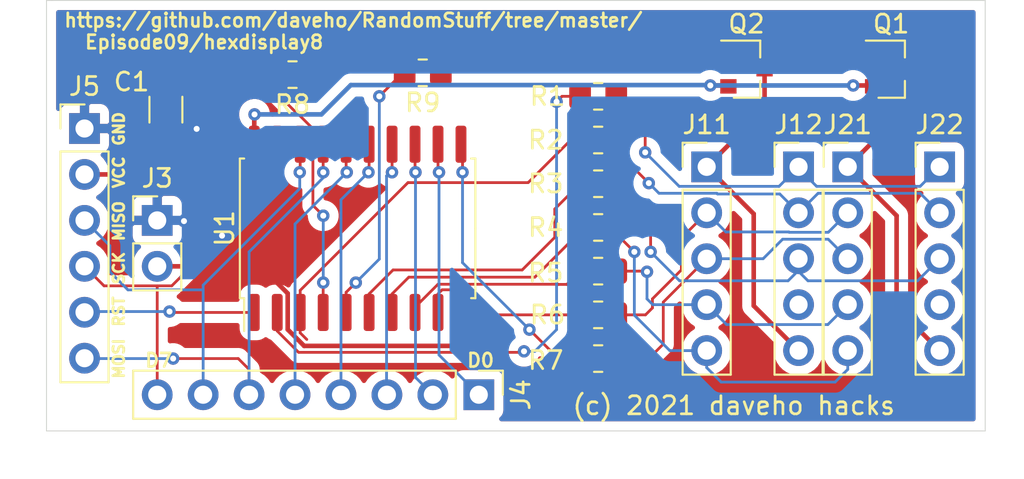
<source format=kicad_pcb>
(kicad_pcb (version 20171130) (host pcbnew 5.1.10-88a1d61d58~88~ubuntu20.04.1)

  (general
    (thickness 1.6)
    (drawings 15)
    (tracks 282)
    (zones 0)
    (modules 20)
    (nets 34)
  )

  (page USLetter)
  (layers
    (0 F.Cu signal)
    (31 B.Cu signal)
    (34 B.Paste user)
    (35 F.Paste user)
    (36 B.SilkS user)
    (37 F.SilkS user)
    (38 B.Mask user)
    (39 F.Mask user)
    (44 Edge.Cuts user)
    (45 Margin user)
    (46 B.CrtYd user)
    (47 F.CrtYd user)
    (48 B.Fab user)
    (49 F.Fab user)
  )

  (setup
    (last_trace_width 0.1524)
    (user_trace_width 0.1524)
    (user_trace_width 0.254)
    (user_trace_width 0.381)
    (trace_clearance 0.1524)
    (zone_clearance 0.508)
    (zone_45_only no)
    (trace_min 0.1524)
    (via_size 0.6858)
    (via_drill 0.3302)
    (via_min_size 0.6858)
    (via_min_drill 0.3302)
    (uvia_size 0.6858)
    (uvia_drill 0.3302)
    (uvias_allowed no)
    (uvia_min_size 0.6858)
    (uvia_min_drill 0.3302)
    (edge_width 0.05)
    (segment_width 0.2)
    (pcb_text_width 0.3)
    (pcb_text_size 1.5 1.5)
    (mod_edge_width 0.12)
    (mod_text_size 1 1)
    (mod_text_width 0.15)
    (pad_size 1.524 1.524)
    (pad_drill 0.762)
    (pad_to_mask_clearance 0)
    (aux_axis_origin 0 0)
    (visible_elements FFFFFF7F)
    (pcbplotparams
      (layerselection 0x010f0_ffffffff)
      (usegerberextensions false)
      (usegerberattributes false)
      (usegerberadvancedattributes true)
      (creategerberjobfile true)
      (excludeedgelayer false)
      (linewidth 0.100000)
      (plotframeref false)
      (viasonmask false)
      (mode 1)
      (useauxorigin false)
      (hpglpennumber 1)
      (hpglpenspeed 20)
      (hpglpendiameter 15.000000)
      (psnegative false)
      (psa4output false)
      (plotreference true)
      (plotvalue false)
      (plotinvisibletext false)
      (padsonsilk false)
      (subtractmaskfromsilk false)
      (outputformat 1)
      (mirror false)
      (drillshape 0)
      (scaleselection 1)
      (outputdirectory "gerbers"))
  )

  (net 0 "")
  (net 1 GND)
  (net 2 /A)
  (net 3 /D)
  (net 4 /B)
  (net 5 /E)
  (net 6 /C)
  (net 7 /G)
  (net 8 /F)
  (net 9 /CA2)
  (net 10 /CA1)
  (net 11 /D0)
  (net 12 /D1)
  (net 13 /D2)
  (net 14 /D3)
  (net 15 /D4)
  (net 16 /D5)
  (net 17 /D6)
  (net 18 /D7)
  (net 19 /~RESET)
  (net 20 "Net-(Q1-Pad1)")
  (net 21 "Net-(Q2-Pad1)")
  (net 22 "Net-(R1-Pad2)")
  (net 23 "Net-(R2-Pad2)")
  (net 24 "Net-(R3-Pad2)")
  (net 25 "Net-(R4-Pad2)")
  (net 26 "Net-(R5-Pad2)")
  (net 27 "Net-(R6-Pad2)")
  (net 28 "Net-(R7-Pad2)")
  (net 29 "Net-(R8-Pad2)")
  (net 30 "Net-(R9-Pad2)")
  (net 31 VCC)
  (net 32 "Net-(J12-Pad4)")
  (net 33 "Net-(J22-Pad4)")

  (net_class Default "This is the default net class."
    (clearance 0.1524)
    (trace_width 0.1524)
    (via_dia 0.6858)
    (via_drill 0.3302)
    (uvia_dia 0.6858)
    (uvia_drill 0.3302)
    (add_net /A)
    (add_net /B)
    (add_net /C)
    (add_net /CA1)
    (add_net /CA2)
    (add_net /D)
    (add_net /D0)
    (add_net /D1)
    (add_net /D2)
    (add_net /D3)
    (add_net /D4)
    (add_net /D5)
    (add_net /D6)
    (add_net /D7)
    (add_net /E)
    (add_net /F)
    (add_net /G)
    (add_net /~RESET)
    (add_net GND)
    (add_net "Net-(J12-Pad4)")
    (add_net "Net-(J22-Pad4)")
    (add_net "Net-(Q1-Pad1)")
    (add_net "Net-(Q2-Pad1)")
    (add_net "Net-(R1-Pad2)")
    (add_net "Net-(R2-Pad2)")
    (add_net "Net-(R3-Pad2)")
    (add_net "Net-(R4-Pad2)")
    (add_net "Net-(R5-Pad2)")
    (add_net "Net-(R6-Pad2)")
    (add_net "Net-(R7-Pad2)")
    (add_net "Net-(R8-Pad2)")
    (add_net "Net-(R9-Pad2)")
    (add_net VCC)
  )

  (module Capacitor_SMD:C_1206_3216Metric_Pad1.33x1.80mm_HandSolder (layer F.Cu) (tedit 5F68FEEF) (tstamp 6045A6C1)
    (at 142.7 104.2375 90)
    (descr "Capacitor SMD 1206 (3216 Metric), square (rectangular) end terminal, IPC_7351 nominal with elongated pad for handsoldering. (Body size source: IPC-SM-782 page 76, https://www.pcb-3d.com/wordpress/wp-content/uploads/ipc-sm-782a_amendment_1_and_2.pdf), generated with kicad-footprint-generator")
    (tags "capacitor handsolder")
    (path /604BB56B)
    (attr smd)
    (fp_text reference C1 (at 1.5375 -1.9 180) (layer F.SilkS)
      (effects (font (size 1 1) (thickness 0.15)))
    )
    (fp_text value 100nF (at 0 1.85 90) (layer F.Fab)
      (effects (font (size 1 1) (thickness 0.15)))
    )
    (fp_line (start 2.48 1.15) (end -2.48 1.15) (layer F.CrtYd) (width 0.05))
    (fp_line (start 2.48 -1.15) (end 2.48 1.15) (layer F.CrtYd) (width 0.05))
    (fp_line (start -2.48 -1.15) (end 2.48 -1.15) (layer F.CrtYd) (width 0.05))
    (fp_line (start -2.48 1.15) (end -2.48 -1.15) (layer F.CrtYd) (width 0.05))
    (fp_line (start -0.711252 0.91) (end 0.711252 0.91) (layer F.SilkS) (width 0.12))
    (fp_line (start -0.711252 -0.91) (end 0.711252 -0.91) (layer F.SilkS) (width 0.12))
    (fp_line (start 1.6 0.8) (end -1.6 0.8) (layer F.Fab) (width 0.1))
    (fp_line (start 1.6 -0.8) (end 1.6 0.8) (layer F.Fab) (width 0.1))
    (fp_line (start -1.6 -0.8) (end 1.6 -0.8) (layer F.Fab) (width 0.1))
    (fp_line (start -1.6 0.8) (end -1.6 -0.8) (layer F.Fab) (width 0.1))
    (fp_text user %R (at 0 0 90) (layer F.Fab)
      (effects (font (size 0.8 0.8) (thickness 0.12)))
    )
    (pad 1 smd roundrect (at -1.5625 0 90) (size 1.325 1.8) (layers F.Cu F.Paste F.Mask) (roundrect_rratio 0.1886769811320755)
      (net 31 VCC))
    (pad 2 smd roundrect (at 1.5625 0 90) (size 1.325 1.8) (layers F.Cu F.Paste F.Mask) (roundrect_rratio 0.1886769811320755)
      (net 1 GND))
    (model ${KISYS3DMOD}/Capacitor_SMD.3dshapes/C_1206_3216Metric.wrl
      (at (xyz 0 0 0))
      (scale (xyz 1 1 1))
      (rotate (xyz 0 0 0))
    )
  )

  (module Connector_PinHeader_2.54mm:PinHeader_1x02_P2.54mm_Vertical (layer F.Cu) (tedit 59FED5CC) (tstamp 6045A3CA)
    (at 142.22 110.36)
    (descr "Through hole straight pin header, 1x02, 2.54mm pitch, single row")
    (tags "Through hole pin header THT 1x02 2.54mm single row")
    (path /604B02DC)
    (fp_text reference J3 (at 0 -2.33) (layer F.SilkS)
      (effects (font (size 1 1) (thickness 0.15)))
    )
    (fp_text value Conn_01x02 (at 0 4.87) (layer F.Fab)
      (effects (font (size 1 1) (thickness 0.15)))
    )
    (fp_line (start 1.8 -1.8) (end -1.8 -1.8) (layer F.CrtYd) (width 0.05))
    (fp_line (start 1.8 4.35) (end 1.8 -1.8) (layer F.CrtYd) (width 0.05))
    (fp_line (start -1.8 4.35) (end 1.8 4.35) (layer F.CrtYd) (width 0.05))
    (fp_line (start -1.8 -1.8) (end -1.8 4.35) (layer F.CrtYd) (width 0.05))
    (fp_line (start -1.33 -1.33) (end 0 -1.33) (layer F.SilkS) (width 0.12))
    (fp_line (start -1.33 0) (end -1.33 -1.33) (layer F.SilkS) (width 0.12))
    (fp_line (start -1.33 1.27) (end 1.33 1.27) (layer F.SilkS) (width 0.12))
    (fp_line (start 1.33 1.27) (end 1.33 3.87) (layer F.SilkS) (width 0.12))
    (fp_line (start -1.33 1.27) (end -1.33 3.87) (layer F.SilkS) (width 0.12))
    (fp_line (start -1.33 3.87) (end 1.33 3.87) (layer F.SilkS) (width 0.12))
    (fp_line (start -1.27 -0.635) (end -0.635 -1.27) (layer F.Fab) (width 0.1))
    (fp_line (start -1.27 3.81) (end -1.27 -0.635) (layer F.Fab) (width 0.1))
    (fp_line (start 1.27 3.81) (end -1.27 3.81) (layer F.Fab) (width 0.1))
    (fp_line (start 1.27 -1.27) (end 1.27 3.81) (layer F.Fab) (width 0.1))
    (fp_line (start -0.635 -1.27) (end 1.27 -1.27) (layer F.Fab) (width 0.1))
    (fp_text user %R (at 0 1.27 90) (layer F.Fab)
      (effects (font (size 1 1) (thickness 0.15)))
    )
    (pad 1 thru_hole rect (at 0 0) (size 1.7 1.7) (drill 1) (layers *.Cu *.Mask)
      (net 1 GND))
    (pad 2 thru_hole oval (at 0 2.54) (size 1.7 1.7) (drill 1) (layers *.Cu *.Mask)
      (net 31 VCC))
    (model ${KISYS3DMOD}/Connector_PinHeader_2.54mm.3dshapes/PinHeader_1x02_P2.54mm_Vertical.wrl
      (at (xyz 0 0 0))
      (scale (xyz 1 1 1))
      (rotate (xyz 0 0 0))
    )
  )

  (module Connector_PinHeader_2.54mm:PinHeader_1x08_P2.54mm_Vertical (layer F.Cu) (tedit 59FED5CC) (tstamp 6045A257)
    (at 160 120 270)
    (descr "Through hole straight pin header, 1x08, 2.54mm pitch, single row")
    (tags "Through hole pin header THT 1x08 2.54mm single row")
    (path /60507906)
    (fp_text reference J4 (at 0 -2.33 90) (layer F.SilkS)
      (effects (font (size 1 1) (thickness 0.15)))
    )
    (fp_text value Conn_01x08 (at 0 20.11 90) (layer F.Fab)
      (effects (font (size 1 1) (thickness 0.15)))
    )
    (fp_line (start 1.8 -1.8) (end -1.8 -1.8) (layer F.CrtYd) (width 0.05))
    (fp_line (start 1.8 19.55) (end 1.8 -1.8) (layer F.CrtYd) (width 0.05))
    (fp_line (start -1.8 19.55) (end 1.8 19.55) (layer F.CrtYd) (width 0.05))
    (fp_line (start -1.8 -1.8) (end -1.8 19.55) (layer F.CrtYd) (width 0.05))
    (fp_line (start -1.33 -1.33) (end 0 -1.33) (layer F.SilkS) (width 0.12))
    (fp_line (start -1.33 0) (end -1.33 -1.33) (layer F.SilkS) (width 0.12))
    (fp_line (start -1.33 1.27) (end 1.33 1.27) (layer F.SilkS) (width 0.12))
    (fp_line (start 1.33 1.27) (end 1.33 19.11) (layer F.SilkS) (width 0.12))
    (fp_line (start -1.33 1.27) (end -1.33 19.11) (layer F.SilkS) (width 0.12))
    (fp_line (start -1.33 19.11) (end 1.33 19.11) (layer F.SilkS) (width 0.12))
    (fp_line (start -1.27 -0.635) (end -0.635 -1.27) (layer F.Fab) (width 0.1))
    (fp_line (start -1.27 19.05) (end -1.27 -0.635) (layer F.Fab) (width 0.1))
    (fp_line (start 1.27 19.05) (end -1.27 19.05) (layer F.Fab) (width 0.1))
    (fp_line (start 1.27 -1.27) (end 1.27 19.05) (layer F.Fab) (width 0.1))
    (fp_line (start -0.635 -1.27) (end 1.27 -1.27) (layer F.Fab) (width 0.1))
    (fp_text user %R (at 0 8.89) (layer F.Fab)
      (effects (font (size 1 1) (thickness 0.15)))
    )
    (pad 1 thru_hole rect (at 0 0 270) (size 1.7 1.7) (drill 1) (layers *.Cu *.Mask)
      (net 11 /D0))
    (pad 2 thru_hole oval (at 0 2.54 270) (size 1.7 1.7) (drill 1) (layers *.Cu *.Mask)
      (net 12 /D1))
    (pad 3 thru_hole oval (at 0 5.08 270) (size 1.7 1.7) (drill 1) (layers *.Cu *.Mask)
      (net 13 /D2))
    (pad 4 thru_hole oval (at 0 7.62 270) (size 1.7 1.7) (drill 1) (layers *.Cu *.Mask)
      (net 14 /D3))
    (pad 5 thru_hole oval (at 0 10.16 270) (size 1.7 1.7) (drill 1) (layers *.Cu *.Mask)
      (net 15 /D4))
    (pad 6 thru_hole oval (at 0 12.7 270) (size 1.7 1.7) (drill 1) (layers *.Cu *.Mask)
      (net 16 /D5))
    (pad 7 thru_hole oval (at 0 15.24 270) (size 1.7 1.7) (drill 1) (layers *.Cu *.Mask)
      (net 17 /D6))
    (pad 8 thru_hole oval (at 0 17.78 270) (size 1.7 1.7) (drill 1) (layers *.Cu *.Mask)
      (net 18 /D7))
    (model ${KISYS3DMOD}/Connector_PinHeader_2.54mm.3dshapes/PinHeader_1x08_P2.54mm_Vertical.wrl
      (at (xyz 0 0 0))
      (scale (xyz 1 1 1))
      (rotate (xyz 0 0 0))
    )
  )

  (module Connector_PinHeader_2.54mm:PinHeader_1x06_P2.54mm_Vertical (layer F.Cu) (tedit 59FED5CC) (tstamp 6045969F)
    (at 138.2 105.28)
    (descr "Through hole straight pin header, 1x06, 2.54mm pitch, single row")
    (tags "Through hole pin header THT 1x06 2.54mm single row")
    (path /604585DD)
    (fp_text reference J5 (at 0 -2.33) (layer F.SilkS)
      (effects (font (size 1 1) (thickness 0.15)))
    )
    (fp_text value Conn_01x06 (at 0 15.03) (layer F.Fab)
      (effects (font (size 1 1) (thickness 0.15)))
    )
    (fp_line (start 1.8 -1.8) (end -1.8 -1.8) (layer F.CrtYd) (width 0.05))
    (fp_line (start 1.8 14.5) (end 1.8 -1.8) (layer F.CrtYd) (width 0.05))
    (fp_line (start -1.8 14.5) (end 1.8 14.5) (layer F.CrtYd) (width 0.05))
    (fp_line (start -1.8 -1.8) (end -1.8 14.5) (layer F.CrtYd) (width 0.05))
    (fp_line (start -1.33 -1.33) (end 0 -1.33) (layer F.SilkS) (width 0.12))
    (fp_line (start -1.33 0) (end -1.33 -1.33) (layer F.SilkS) (width 0.12))
    (fp_line (start -1.33 1.27) (end 1.33 1.27) (layer F.SilkS) (width 0.12))
    (fp_line (start 1.33 1.27) (end 1.33 14.03) (layer F.SilkS) (width 0.12))
    (fp_line (start -1.33 1.27) (end -1.33 14.03) (layer F.SilkS) (width 0.12))
    (fp_line (start -1.33 14.03) (end 1.33 14.03) (layer F.SilkS) (width 0.12))
    (fp_line (start -1.27 -0.635) (end -0.635 -1.27) (layer F.Fab) (width 0.1))
    (fp_line (start -1.27 13.97) (end -1.27 -0.635) (layer F.Fab) (width 0.1))
    (fp_line (start 1.27 13.97) (end -1.27 13.97) (layer F.Fab) (width 0.1))
    (fp_line (start 1.27 -1.27) (end 1.27 13.97) (layer F.Fab) (width 0.1))
    (fp_line (start -0.635 -1.27) (end 1.27 -1.27) (layer F.Fab) (width 0.1))
    (fp_text user %R (at 0 6.35 90) (layer F.Fab)
      (effects (font (size 1 1) (thickness 0.15)))
    )
    (pad 1 thru_hole rect (at 0 0) (size 1.7 1.7) (drill 1) (layers *.Cu *.Mask)
      (net 1 GND))
    (pad 2 thru_hole oval (at 0 2.54) (size 1.7 1.7) (drill 1) (layers *.Cu *.Mask)
      (net 31 VCC))
    (pad 3 thru_hole oval (at 0 5.08) (size 1.7 1.7) (drill 1) (layers *.Cu *.Mask)
      (net 17 /D6))
    (pad 4 thru_hole oval (at 0 7.62) (size 1.7 1.7) (drill 1) (layers *.Cu *.Mask)
      (net 18 /D7))
    (pad 5 thru_hole oval (at 0 10.16) (size 1.7 1.7) (drill 1) (layers *.Cu *.Mask)
      (net 19 /~RESET))
    (pad 6 thru_hole oval (at 0 12.7) (size 1.7 1.7) (drill 1) (layers *.Cu *.Mask)
      (net 16 /D5))
    (model ${KISYS3DMOD}/Connector_PinHeader_2.54mm.3dshapes/PinHeader_1x06_P2.54mm_Vertical.wrl
      (at (xyz 0 0 0))
      (scale (xyz 1 1 1))
      (rotate (xyz 0 0 0))
    )
  )

  (module Package_TO_SOT_SMD:SOT-23 (layer F.Cu) (tedit 5A02FF57) (tstamp 6045B407)
    (at 182.8 102)
    (descr "SOT-23, Standard")
    (tags SOT-23)
    (path /60453C20)
    (attr smd)
    (fp_text reference Q1 (at 0 -2.5) (layer F.SilkS)
      (effects (font (size 1 1) (thickness 0.15)))
    )
    (fp_text value MMBT3906 (at 0 2.5) (layer F.Fab)
      (effects (font (size 1 1) (thickness 0.15)))
    )
    (fp_line (start 0.76 1.58) (end -0.7 1.58) (layer F.SilkS) (width 0.12))
    (fp_line (start 0.76 -1.58) (end -1.4 -1.58) (layer F.SilkS) (width 0.12))
    (fp_line (start -1.7 1.75) (end -1.7 -1.75) (layer F.CrtYd) (width 0.05))
    (fp_line (start 1.7 1.75) (end -1.7 1.75) (layer F.CrtYd) (width 0.05))
    (fp_line (start 1.7 -1.75) (end 1.7 1.75) (layer F.CrtYd) (width 0.05))
    (fp_line (start -1.7 -1.75) (end 1.7 -1.75) (layer F.CrtYd) (width 0.05))
    (fp_line (start 0.76 -1.58) (end 0.76 -0.65) (layer F.SilkS) (width 0.12))
    (fp_line (start 0.76 1.58) (end 0.76 0.65) (layer F.SilkS) (width 0.12))
    (fp_line (start -0.7 1.52) (end 0.7 1.52) (layer F.Fab) (width 0.1))
    (fp_line (start 0.7 -1.52) (end 0.7 1.52) (layer F.Fab) (width 0.1))
    (fp_line (start -0.7 -0.95) (end -0.15 -1.52) (layer F.Fab) (width 0.1))
    (fp_line (start -0.15 -1.52) (end 0.7 -1.52) (layer F.Fab) (width 0.1))
    (fp_line (start -0.7 -0.95) (end -0.7 1.5) (layer F.Fab) (width 0.1))
    (fp_text user %R (at 0 0 90) (layer F.Fab)
      (effects (font (size 0.5 0.5) (thickness 0.075)))
    )
    (pad 1 smd rect (at -1 -0.95) (size 0.9 0.8) (layers F.Cu F.Paste F.Mask)
      (net 20 "Net-(Q1-Pad1)"))
    (pad 2 smd rect (at -1 0.95) (size 0.9 0.8) (layers F.Cu F.Paste F.Mask)
      (net 31 VCC))
    (pad 3 smd rect (at 1 0) (size 0.9 0.8) (layers F.Cu F.Paste F.Mask)
      (net 10 /CA1))
    (model ${KISYS3DMOD}/Package_TO_SOT_SMD.3dshapes/SOT-23.wrl
      (at (xyz 0 0 0))
      (scale (xyz 1 1 1))
      (rotate (xyz 0 0 0))
    )
  )

  (module Package_TO_SOT_SMD:SOT-23 (layer F.Cu) (tedit 5A02FF57) (tstamp 60A6C357)
    (at 174.8 102)
    (descr "SOT-23, Standard")
    (tags SOT-23)
    (path /60453FAA)
    (attr smd)
    (fp_text reference Q2 (at 0 -2.5) (layer F.SilkS)
      (effects (font (size 1 1) (thickness 0.15)))
    )
    (fp_text value MMBT3906 (at 0 2.5) (layer F.Fab)
      (effects (font (size 1 1) (thickness 0.15)))
    )
    (fp_line (start -0.7 -0.95) (end -0.7 1.5) (layer F.Fab) (width 0.1))
    (fp_line (start -0.15 -1.52) (end 0.7 -1.52) (layer F.Fab) (width 0.1))
    (fp_line (start -0.7 -0.95) (end -0.15 -1.52) (layer F.Fab) (width 0.1))
    (fp_line (start 0.7 -1.52) (end 0.7 1.52) (layer F.Fab) (width 0.1))
    (fp_line (start -0.7 1.52) (end 0.7 1.52) (layer F.Fab) (width 0.1))
    (fp_line (start 0.76 1.58) (end 0.76 0.65) (layer F.SilkS) (width 0.12))
    (fp_line (start 0.76 -1.58) (end 0.76 -0.65) (layer F.SilkS) (width 0.12))
    (fp_line (start -1.7 -1.75) (end 1.7 -1.75) (layer F.CrtYd) (width 0.05))
    (fp_line (start 1.7 -1.75) (end 1.7 1.75) (layer F.CrtYd) (width 0.05))
    (fp_line (start 1.7 1.75) (end -1.7 1.75) (layer F.CrtYd) (width 0.05))
    (fp_line (start -1.7 1.75) (end -1.7 -1.75) (layer F.CrtYd) (width 0.05))
    (fp_line (start 0.76 -1.58) (end -1.4 -1.58) (layer F.SilkS) (width 0.12))
    (fp_line (start 0.76 1.58) (end -0.7 1.58) (layer F.SilkS) (width 0.12))
    (fp_text user %R (at 0 0 90) (layer F.Fab)
      (effects (font (size 0.5 0.5) (thickness 0.075)))
    )
    (pad 3 smd rect (at 1 0) (size 0.9 0.8) (layers F.Cu F.Paste F.Mask)
      (net 9 /CA2))
    (pad 2 smd rect (at -1 0.95) (size 0.9 0.8) (layers F.Cu F.Paste F.Mask)
      (net 31 VCC))
    (pad 1 smd rect (at -1 -0.95) (size 0.9 0.8) (layers F.Cu F.Paste F.Mask)
      (net 21 "Net-(Q2-Pad1)"))
    (model ${KISYS3DMOD}/Package_TO_SOT_SMD.3dshapes/SOT-23.wrl
      (at (xyz 0 0 0))
      (scale (xyz 1 1 1))
      (rotate (xyz 0 0 0))
    )
  )

  (module Resistor_SMD:R_0805_2012Metric_Pad1.20x1.40mm_HandSolder (layer F.Cu) (tedit 5F68FEEE) (tstamp 604596DA)
    (at 166.6 103.5 180)
    (descr "Resistor SMD 0805 (2012 Metric), square (rectangular) end terminal, IPC_7351 nominal with elongated pad for handsoldering. (Body size source: IPC-SM-782 page 72, https://www.pcb-3d.com/wordpress/wp-content/uploads/ipc-sm-782a_amendment_1_and_2.pdf), generated with kicad-footprint-generator")
    (tags "resistor handsolder")
    (path /6046A68A)
    (attr smd)
    (fp_text reference R1 (at 2.8 0) (layer F.SilkS)
      (effects (font (size 1 1) (thickness 0.15)))
    )
    (fp_text value 330 (at 0 1.65) (layer F.Fab)
      (effects (font (size 1 1) (thickness 0.15)))
    )
    (fp_line (start 1.85 0.95) (end -1.85 0.95) (layer F.CrtYd) (width 0.05))
    (fp_line (start 1.85 -0.95) (end 1.85 0.95) (layer F.CrtYd) (width 0.05))
    (fp_line (start -1.85 -0.95) (end 1.85 -0.95) (layer F.CrtYd) (width 0.05))
    (fp_line (start -1.85 0.95) (end -1.85 -0.95) (layer F.CrtYd) (width 0.05))
    (fp_line (start -0.227064 0.735) (end 0.227064 0.735) (layer F.SilkS) (width 0.12))
    (fp_line (start -0.227064 -0.735) (end 0.227064 -0.735) (layer F.SilkS) (width 0.12))
    (fp_line (start 1 0.625) (end -1 0.625) (layer F.Fab) (width 0.1))
    (fp_line (start 1 -0.625) (end 1 0.625) (layer F.Fab) (width 0.1))
    (fp_line (start -1 -0.625) (end 1 -0.625) (layer F.Fab) (width 0.1))
    (fp_line (start -1 0.625) (end -1 -0.625) (layer F.Fab) (width 0.1))
    (fp_text user %R (at 0 0) (layer F.Fab)
      (effects (font (size 0.5 0.5) (thickness 0.08)))
    )
    (pad 1 smd roundrect (at -1 0 180) (size 1.2 1.4) (layers F.Cu F.Paste F.Mask) (roundrect_rratio 0.2083325)
      (net 2 /A))
    (pad 2 smd roundrect (at 1 0 180) (size 1.2 1.4) (layers F.Cu F.Paste F.Mask) (roundrect_rratio 0.2083325)
      (net 22 "Net-(R1-Pad2)"))
    (model ${KISYS3DMOD}/Resistor_SMD.3dshapes/R_0805_2012Metric.wrl
      (at (xyz 0 0 0))
      (scale (xyz 1 1 1))
      (rotate (xyz 0 0 0))
    )
  )

  (module Resistor_SMD:R_0805_2012Metric_Pad1.20x1.40mm_HandSolder (layer F.Cu) (tedit 5F68FEEE) (tstamp 6045A998)
    (at 166.6 105.916666 180)
    (descr "Resistor SMD 0805 (2012 Metric), square (rectangular) end terminal, IPC_7351 nominal with elongated pad for handsoldering. (Body size source: IPC-SM-782 page 72, https://www.pcb-3d.com/wordpress/wp-content/uploads/ipc-sm-782a_amendment_1_and_2.pdf), generated with kicad-footprint-generator")
    (tags "resistor handsolder")
    (path /6046BEAB)
    (attr smd)
    (fp_text reference R2 (at 2.9 0) (layer F.SilkS)
      (effects (font (size 1 1) (thickness 0.15)))
    )
    (fp_text value 330 (at 0 1.65) (layer F.Fab)
      (effects (font (size 1 1) (thickness 0.15)))
    )
    (fp_line (start -1 0.625) (end -1 -0.625) (layer F.Fab) (width 0.1))
    (fp_line (start -1 -0.625) (end 1 -0.625) (layer F.Fab) (width 0.1))
    (fp_line (start 1 -0.625) (end 1 0.625) (layer F.Fab) (width 0.1))
    (fp_line (start 1 0.625) (end -1 0.625) (layer F.Fab) (width 0.1))
    (fp_line (start -0.227064 -0.735) (end 0.227064 -0.735) (layer F.SilkS) (width 0.12))
    (fp_line (start -0.227064 0.735) (end 0.227064 0.735) (layer F.SilkS) (width 0.12))
    (fp_line (start -1.85 0.95) (end -1.85 -0.95) (layer F.CrtYd) (width 0.05))
    (fp_line (start -1.85 -0.95) (end 1.85 -0.95) (layer F.CrtYd) (width 0.05))
    (fp_line (start 1.85 -0.95) (end 1.85 0.95) (layer F.CrtYd) (width 0.05))
    (fp_line (start 1.85 0.95) (end -1.85 0.95) (layer F.CrtYd) (width 0.05))
    (fp_text user %R (at 0 0) (layer F.Fab)
      (effects (font (size 0.5 0.5) (thickness 0.08)))
    )
    (pad 2 smd roundrect (at 1 0 180) (size 1.2 1.4) (layers F.Cu F.Paste F.Mask) (roundrect_rratio 0.2083325)
      (net 23 "Net-(R2-Pad2)"))
    (pad 1 smd roundrect (at -1 0 180) (size 1.2 1.4) (layers F.Cu F.Paste F.Mask) (roundrect_rratio 0.2083325)
      (net 4 /B))
    (model ${KISYS3DMOD}/Resistor_SMD.3dshapes/R_0805_2012Metric.wrl
      (at (xyz 0 0 0))
      (scale (xyz 1 1 1))
      (rotate (xyz 0 0 0))
    )
  )

  (module Resistor_SMD:R_0805_2012Metric_Pad1.20x1.40mm_HandSolder (layer F.Cu) (tedit 5F68FEEE) (tstamp 604596FC)
    (at 166.6 108.333332 180)
    (descr "Resistor SMD 0805 (2012 Metric), square (rectangular) end terminal, IPC_7351 nominal with elongated pad for handsoldering. (Body size source: IPC-SM-782 page 72, https://www.pcb-3d.com/wordpress/wp-content/uploads/ipc-sm-782a_amendment_1_and_2.pdf), generated with kicad-footprint-generator")
    (tags "resistor handsolder")
    (path /6046DDCC)
    (attr smd)
    (fp_text reference R3 (at 2.9 0) (layer F.SilkS)
      (effects (font (size 1 1) (thickness 0.15)))
    )
    (fp_text value 330 (at 0 1.65) (layer F.Fab)
      (effects (font (size 1 1) (thickness 0.15)))
    )
    (fp_line (start 1.85 0.95) (end -1.85 0.95) (layer F.CrtYd) (width 0.05))
    (fp_line (start 1.85 -0.95) (end 1.85 0.95) (layer F.CrtYd) (width 0.05))
    (fp_line (start -1.85 -0.95) (end 1.85 -0.95) (layer F.CrtYd) (width 0.05))
    (fp_line (start -1.85 0.95) (end -1.85 -0.95) (layer F.CrtYd) (width 0.05))
    (fp_line (start -0.227064 0.735) (end 0.227064 0.735) (layer F.SilkS) (width 0.12))
    (fp_line (start -0.227064 -0.735) (end 0.227064 -0.735) (layer F.SilkS) (width 0.12))
    (fp_line (start 1 0.625) (end -1 0.625) (layer F.Fab) (width 0.1))
    (fp_line (start 1 -0.625) (end 1 0.625) (layer F.Fab) (width 0.1))
    (fp_line (start -1 -0.625) (end 1 -0.625) (layer F.Fab) (width 0.1))
    (fp_line (start -1 0.625) (end -1 -0.625) (layer F.Fab) (width 0.1))
    (fp_text user %R (at 0 0) (layer F.Fab)
      (effects (font (size 0.5 0.5) (thickness 0.08)))
    )
    (pad 1 smd roundrect (at -1 0 180) (size 1.2 1.4) (layers F.Cu F.Paste F.Mask) (roundrect_rratio 0.2083325)
      (net 6 /C))
    (pad 2 smd roundrect (at 1 0 180) (size 1.2 1.4) (layers F.Cu F.Paste F.Mask) (roundrect_rratio 0.2083325)
      (net 24 "Net-(R3-Pad2)"))
    (model ${KISYS3DMOD}/Resistor_SMD.3dshapes/R_0805_2012Metric.wrl
      (at (xyz 0 0 0))
      (scale (xyz 1 1 1))
      (rotate (xyz 0 0 0))
    )
  )

  (module Resistor_SMD:R_0805_2012Metric_Pad1.20x1.40mm_HandSolder (layer F.Cu) (tedit 5F68FEEE) (tstamp 6045970D)
    (at 166.6 110.749998 180)
    (descr "Resistor SMD 0805 (2012 Metric), square (rectangular) end terminal, IPC_7351 nominal with elongated pad for handsoldering. (Body size source: IPC-SM-782 page 72, https://www.pcb-3d.com/wordpress/wp-content/uploads/ipc-sm-782a_amendment_1_and_2.pdf), generated with kicad-footprint-generator")
    (tags "resistor handsolder")
    (path /6046DED2)
    (attr smd)
    (fp_text reference R4 (at 2.9 0) (layer F.SilkS)
      (effects (font (size 1 1) (thickness 0.15)))
    )
    (fp_text value 330 (at 0 1.65) (layer F.Fab)
      (effects (font (size 1 1) (thickness 0.15)))
    )
    (fp_line (start -1 0.625) (end -1 -0.625) (layer F.Fab) (width 0.1))
    (fp_line (start -1 -0.625) (end 1 -0.625) (layer F.Fab) (width 0.1))
    (fp_line (start 1 -0.625) (end 1 0.625) (layer F.Fab) (width 0.1))
    (fp_line (start 1 0.625) (end -1 0.625) (layer F.Fab) (width 0.1))
    (fp_line (start -0.227064 -0.735) (end 0.227064 -0.735) (layer F.SilkS) (width 0.12))
    (fp_line (start -0.227064 0.735) (end 0.227064 0.735) (layer F.SilkS) (width 0.12))
    (fp_line (start -1.85 0.95) (end -1.85 -0.95) (layer F.CrtYd) (width 0.05))
    (fp_line (start -1.85 -0.95) (end 1.85 -0.95) (layer F.CrtYd) (width 0.05))
    (fp_line (start 1.85 -0.95) (end 1.85 0.95) (layer F.CrtYd) (width 0.05))
    (fp_line (start 1.85 0.95) (end -1.85 0.95) (layer F.CrtYd) (width 0.05))
    (fp_text user %R (at 0 0) (layer F.Fab)
      (effects (font (size 0.5 0.5) (thickness 0.08)))
    )
    (pad 2 smd roundrect (at 1 0 180) (size 1.2 1.4) (layers F.Cu F.Paste F.Mask) (roundrect_rratio 0.2083325)
      (net 25 "Net-(R4-Pad2)"))
    (pad 1 smd roundrect (at -1 0 180) (size 1.2 1.4) (layers F.Cu F.Paste F.Mask) (roundrect_rratio 0.2083325)
      (net 3 /D))
    (model ${KISYS3DMOD}/Resistor_SMD.3dshapes/R_0805_2012Metric.wrl
      (at (xyz 0 0 0))
      (scale (xyz 1 1 1))
      (rotate (xyz 0 0 0))
    )
  )

  (module Resistor_SMD:R_0805_2012Metric_Pad1.20x1.40mm_HandSolder (layer F.Cu) (tedit 5F68FEEE) (tstamp 6045971E)
    (at 166.6 113.166664 180)
    (descr "Resistor SMD 0805 (2012 Metric), square (rectangular) end terminal, IPC_7351 nominal with elongated pad for handsoldering. (Body size source: IPC-SM-782 page 72, https://www.pcb-3d.com/wordpress/wp-content/uploads/ipc-sm-782a_amendment_1_and_2.pdf), generated with kicad-footprint-generator")
    (tags "resistor handsolder")
    (path /60470244)
    (attr smd)
    (fp_text reference R5 (at 2.9 -0.1) (layer F.SilkS)
      (effects (font (size 1 1) (thickness 0.15)))
    )
    (fp_text value 330 (at 0 1.65) (layer F.Fab)
      (effects (font (size 1 1) (thickness 0.15)))
    )
    (fp_line (start 1.85 0.95) (end -1.85 0.95) (layer F.CrtYd) (width 0.05))
    (fp_line (start 1.85 -0.95) (end 1.85 0.95) (layer F.CrtYd) (width 0.05))
    (fp_line (start -1.85 -0.95) (end 1.85 -0.95) (layer F.CrtYd) (width 0.05))
    (fp_line (start -1.85 0.95) (end -1.85 -0.95) (layer F.CrtYd) (width 0.05))
    (fp_line (start -0.227064 0.735) (end 0.227064 0.735) (layer F.SilkS) (width 0.12))
    (fp_line (start -0.227064 -0.735) (end 0.227064 -0.735) (layer F.SilkS) (width 0.12))
    (fp_line (start 1 0.625) (end -1 0.625) (layer F.Fab) (width 0.1))
    (fp_line (start 1 -0.625) (end 1 0.625) (layer F.Fab) (width 0.1))
    (fp_line (start -1 -0.625) (end 1 -0.625) (layer F.Fab) (width 0.1))
    (fp_line (start -1 0.625) (end -1 -0.625) (layer F.Fab) (width 0.1))
    (fp_text user %R (at 0 0) (layer F.Fab)
      (effects (font (size 0.5 0.5) (thickness 0.08)))
    )
    (pad 1 smd roundrect (at -1 0 180) (size 1.2 1.4) (layers F.Cu F.Paste F.Mask) (roundrect_rratio 0.2083325)
      (net 5 /E))
    (pad 2 smd roundrect (at 1 0 180) (size 1.2 1.4) (layers F.Cu F.Paste F.Mask) (roundrect_rratio 0.2083325)
      (net 26 "Net-(R5-Pad2)"))
    (model ${KISYS3DMOD}/Resistor_SMD.3dshapes/R_0805_2012Metric.wrl
      (at (xyz 0 0 0))
      (scale (xyz 1 1 1))
      (rotate (xyz 0 0 0))
    )
  )

  (module Resistor_SMD:R_0805_2012Metric_Pad1.20x1.40mm_HandSolder (layer F.Cu) (tedit 5F68FEEE) (tstamp 6045972F)
    (at 166.6 115.58333 180)
    (descr "Resistor SMD 0805 (2012 Metric), square (rectangular) end terminal, IPC_7351 nominal with elongated pad for handsoldering. (Body size source: IPC-SM-782 page 72, https://www.pcb-3d.com/wordpress/wp-content/uploads/ipc-sm-782a_amendment_1_and_2.pdf), generated with kicad-footprint-generator")
    (tags "resistor handsolder")
    (path /6047036A)
    (attr smd)
    (fp_text reference R6 (at 2.8 0) (layer F.SilkS)
      (effects (font (size 1 1) (thickness 0.15)))
    )
    (fp_text value 330 (at 0 1.65) (layer F.Fab)
      (effects (font (size 1 1) (thickness 0.15)))
    )
    (fp_line (start -1 0.625) (end -1 -0.625) (layer F.Fab) (width 0.1))
    (fp_line (start -1 -0.625) (end 1 -0.625) (layer F.Fab) (width 0.1))
    (fp_line (start 1 -0.625) (end 1 0.625) (layer F.Fab) (width 0.1))
    (fp_line (start 1 0.625) (end -1 0.625) (layer F.Fab) (width 0.1))
    (fp_line (start -0.227064 -0.735) (end 0.227064 -0.735) (layer F.SilkS) (width 0.12))
    (fp_line (start -0.227064 0.735) (end 0.227064 0.735) (layer F.SilkS) (width 0.12))
    (fp_line (start -1.85 0.95) (end -1.85 -0.95) (layer F.CrtYd) (width 0.05))
    (fp_line (start -1.85 -0.95) (end 1.85 -0.95) (layer F.CrtYd) (width 0.05))
    (fp_line (start 1.85 -0.95) (end 1.85 0.95) (layer F.CrtYd) (width 0.05))
    (fp_line (start 1.85 0.95) (end -1.85 0.95) (layer F.CrtYd) (width 0.05))
    (fp_text user %R (at 0 0) (layer F.Fab)
      (effects (font (size 0.5 0.5) (thickness 0.08)))
    )
    (pad 2 smd roundrect (at 1 0 180) (size 1.2 1.4) (layers F.Cu F.Paste F.Mask) (roundrect_rratio 0.2083325)
      (net 27 "Net-(R6-Pad2)"))
    (pad 1 smd roundrect (at -1 0 180) (size 1.2 1.4) (layers F.Cu F.Paste F.Mask) (roundrect_rratio 0.2083325)
      (net 8 /F))
    (model ${KISYS3DMOD}/Resistor_SMD.3dshapes/R_0805_2012Metric.wrl
      (at (xyz 0 0 0))
      (scale (xyz 1 1 1))
      (rotate (xyz 0 0 0))
    )
  )

  (module Resistor_SMD:R_0805_2012Metric_Pad1.20x1.40mm_HandSolder (layer F.Cu) (tedit 5F68FEEE) (tstamp 60459740)
    (at 166.6 118 180)
    (descr "Resistor SMD 0805 (2012 Metric), square (rectangular) end terminal, IPC_7351 nominal with elongated pad for handsoldering. (Body size source: IPC-SM-782 page 72, https://www.pcb-3d.com/wordpress/wp-content/uploads/ipc-sm-782a_amendment_1_and_2.pdf), generated with kicad-footprint-generator")
    (tags "resistor handsolder")
    (path /60470374)
    (attr smd)
    (fp_text reference R7 (at 2.9 -0.1) (layer F.SilkS)
      (effects (font (size 1 1) (thickness 0.15)))
    )
    (fp_text value 330 (at 0 1.65) (layer F.Fab)
      (effects (font (size 1 1) (thickness 0.15)))
    )
    (fp_line (start 1.85 0.95) (end -1.85 0.95) (layer F.CrtYd) (width 0.05))
    (fp_line (start 1.85 -0.95) (end 1.85 0.95) (layer F.CrtYd) (width 0.05))
    (fp_line (start -1.85 -0.95) (end 1.85 -0.95) (layer F.CrtYd) (width 0.05))
    (fp_line (start -1.85 0.95) (end -1.85 -0.95) (layer F.CrtYd) (width 0.05))
    (fp_line (start -0.227064 0.735) (end 0.227064 0.735) (layer F.SilkS) (width 0.12))
    (fp_line (start -0.227064 -0.735) (end 0.227064 -0.735) (layer F.SilkS) (width 0.12))
    (fp_line (start 1 0.625) (end -1 0.625) (layer F.Fab) (width 0.1))
    (fp_line (start 1 -0.625) (end 1 0.625) (layer F.Fab) (width 0.1))
    (fp_line (start -1 -0.625) (end 1 -0.625) (layer F.Fab) (width 0.1))
    (fp_line (start -1 0.625) (end -1 -0.625) (layer F.Fab) (width 0.1))
    (fp_text user %R (at 0 0) (layer F.Fab)
      (effects (font (size 0.5 0.5) (thickness 0.08)))
    )
    (pad 1 smd roundrect (at -1 0 180) (size 1.2 1.4) (layers F.Cu F.Paste F.Mask) (roundrect_rratio 0.2083325)
      (net 7 /G))
    (pad 2 smd roundrect (at 1 0 180) (size 1.2 1.4) (layers F.Cu F.Paste F.Mask) (roundrect_rratio 0.2083325)
      (net 28 "Net-(R7-Pad2)"))
    (model ${KISYS3DMOD}/Resistor_SMD.3dshapes/R_0805_2012Metric.wrl
      (at (xyz 0 0 0))
      (scale (xyz 1 1 1))
      (rotate (xyz 0 0 0))
    )
  )

  (module Resistor_SMD:R_0805_2012Metric_Pad1.20x1.40mm_HandSolder (layer F.Cu) (tedit 5F68FEEE) (tstamp 60459751)
    (at 149.7 102.3 180)
    (descr "Resistor SMD 0805 (2012 Metric), square (rectangular) end terminal, IPC_7351 nominal with elongated pad for handsoldering. (Body size source: IPC-SM-782 page 72, https://www.pcb-3d.com/wordpress/wp-content/uploads/ipc-sm-782a_amendment_1_and_2.pdf), generated with kicad-footprint-generator")
    (tags "resistor handsolder")
    (path /60485D79)
    (attr smd)
    (fp_text reference R8 (at 0 -1.65) (layer F.SilkS)
      (effects (font (size 1 1) (thickness 0.15)))
    )
    (fp_text value 4k7 (at 0 1.65) (layer F.Fab)
      (effects (font (size 1 1) (thickness 0.15)))
    )
    (fp_line (start -1 0.625) (end -1 -0.625) (layer F.Fab) (width 0.1))
    (fp_line (start -1 -0.625) (end 1 -0.625) (layer F.Fab) (width 0.1))
    (fp_line (start 1 -0.625) (end 1 0.625) (layer F.Fab) (width 0.1))
    (fp_line (start 1 0.625) (end -1 0.625) (layer F.Fab) (width 0.1))
    (fp_line (start -0.227064 -0.735) (end 0.227064 -0.735) (layer F.SilkS) (width 0.12))
    (fp_line (start -0.227064 0.735) (end 0.227064 0.735) (layer F.SilkS) (width 0.12))
    (fp_line (start -1.85 0.95) (end -1.85 -0.95) (layer F.CrtYd) (width 0.05))
    (fp_line (start -1.85 -0.95) (end 1.85 -0.95) (layer F.CrtYd) (width 0.05))
    (fp_line (start 1.85 -0.95) (end 1.85 0.95) (layer F.CrtYd) (width 0.05))
    (fp_line (start 1.85 0.95) (end -1.85 0.95) (layer F.CrtYd) (width 0.05))
    (fp_text user %R (at 0 0) (layer F.Fab)
      (effects (font (size 0.5 0.5) (thickness 0.08)))
    )
    (pad 2 smd roundrect (at 1 0 180) (size 1.2 1.4) (layers F.Cu F.Paste F.Mask) (roundrect_rratio 0.2083325)
      (net 29 "Net-(R8-Pad2)"))
    (pad 1 smd roundrect (at -1 0 180) (size 1.2 1.4) (layers F.Cu F.Paste F.Mask) (roundrect_rratio 0.2083325)
      (net 20 "Net-(Q1-Pad1)"))
    (model ${KISYS3DMOD}/Resistor_SMD.3dshapes/R_0805_2012Metric.wrl
      (at (xyz 0 0 0))
      (scale (xyz 1 1 1))
      (rotate (xyz 0 0 0))
    )
  )

  (module Resistor_SMD:R_0805_2012Metric_Pad1.20x1.40mm_HandSolder (layer F.Cu) (tedit 5F68FEEE) (tstamp 60459762)
    (at 156.9 102.2 180)
    (descr "Resistor SMD 0805 (2012 Metric), square (rectangular) end terminal, IPC_7351 nominal with elongated pad for handsoldering. (Body size source: IPC-SM-782 page 72, https://www.pcb-3d.com/wordpress/wp-content/uploads/ipc-sm-782a_amendment_1_and_2.pdf), generated with kicad-footprint-generator")
    (tags "resistor handsolder")
    (path /6048800D)
    (attr smd)
    (fp_text reference R9 (at 0 -1.65) (layer F.SilkS)
      (effects (font (size 1 1) (thickness 0.15)))
    )
    (fp_text value 4k7 (at 0 1.65) (layer F.Fab)
      (effects (font (size 1 1) (thickness 0.15)))
    )
    (fp_line (start 1.85 0.95) (end -1.85 0.95) (layer F.CrtYd) (width 0.05))
    (fp_line (start 1.85 -0.95) (end 1.85 0.95) (layer F.CrtYd) (width 0.05))
    (fp_line (start -1.85 -0.95) (end 1.85 -0.95) (layer F.CrtYd) (width 0.05))
    (fp_line (start -1.85 0.95) (end -1.85 -0.95) (layer F.CrtYd) (width 0.05))
    (fp_line (start -0.227064 0.735) (end 0.227064 0.735) (layer F.SilkS) (width 0.12))
    (fp_line (start -0.227064 -0.735) (end 0.227064 -0.735) (layer F.SilkS) (width 0.12))
    (fp_line (start 1 0.625) (end -1 0.625) (layer F.Fab) (width 0.1))
    (fp_line (start 1 -0.625) (end 1 0.625) (layer F.Fab) (width 0.1))
    (fp_line (start -1 -0.625) (end 1 -0.625) (layer F.Fab) (width 0.1))
    (fp_line (start -1 0.625) (end -1 -0.625) (layer F.Fab) (width 0.1))
    (fp_text user %R (at 0 0) (layer F.Fab)
      (effects (font (size 0.5 0.5) (thickness 0.08)))
    )
    (pad 1 smd roundrect (at -1 0 180) (size 1.2 1.4) (layers F.Cu F.Paste F.Mask) (roundrect_rratio 0.2083325)
      (net 21 "Net-(Q2-Pad1)"))
    (pad 2 smd roundrect (at 1 0 180) (size 1.2 1.4) (layers F.Cu F.Paste F.Mask) (roundrect_rratio 0.2083325)
      (net 30 "Net-(R9-Pad2)"))
    (model ${KISYS3DMOD}/Resistor_SMD.3dshapes/R_0805_2012Metric.wrl
      (at (xyz 0 0 0))
      (scale (xyz 1 1 1))
      (rotate (xyz 0 0 0))
    )
  )

  (module Package_SO:SOIC-20W_7.5x12.8mm_P1.27mm (layer F.Cu) (tedit 5D9F72B1) (tstamp 6045978D)
    (at 153.3 110.8 90)
    (descr "SOIC, 20 Pin (JEDEC MS-013AC, https://www.analog.com/media/en/package-pcb-resources/package/233848rw_20.pdf), generated with kicad-footprint-generator ipc_gullwing_generator.py")
    (tags "SOIC SO")
    (path /60451980)
    (attr smd)
    (fp_text reference U1 (at 0 -7.35 90) (layer F.SilkS)
      (effects (font (size 1 1) (thickness 0.15)))
    )
    (fp_text value ATTINY2313A-SU (at 0 7.35 90) (layer F.Fab)
      (effects (font (size 1 1) (thickness 0.15)))
    )
    (fp_line (start 5.93 -6.65) (end -5.93 -6.65) (layer F.CrtYd) (width 0.05))
    (fp_line (start 5.93 6.65) (end 5.93 -6.65) (layer F.CrtYd) (width 0.05))
    (fp_line (start -5.93 6.65) (end 5.93 6.65) (layer F.CrtYd) (width 0.05))
    (fp_line (start -5.93 -6.65) (end -5.93 6.65) (layer F.CrtYd) (width 0.05))
    (fp_line (start -3.75 -5.4) (end -2.75 -6.4) (layer F.Fab) (width 0.1))
    (fp_line (start -3.75 6.4) (end -3.75 -5.4) (layer F.Fab) (width 0.1))
    (fp_line (start 3.75 6.4) (end -3.75 6.4) (layer F.Fab) (width 0.1))
    (fp_line (start 3.75 -6.4) (end 3.75 6.4) (layer F.Fab) (width 0.1))
    (fp_line (start -2.75 -6.4) (end 3.75 -6.4) (layer F.Fab) (width 0.1))
    (fp_line (start -3.86 -6.275) (end -5.675 -6.275) (layer F.SilkS) (width 0.12))
    (fp_line (start -3.86 -6.51) (end -3.86 -6.275) (layer F.SilkS) (width 0.12))
    (fp_line (start 0 -6.51) (end -3.86 -6.51) (layer F.SilkS) (width 0.12))
    (fp_line (start 3.86 -6.51) (end 3.86 -6.275) (layer F.SilkS) (width 0.12))
    (fp_line (start 0 -6.51) (end 3.86 -6.51) (layer F.SilkS) (width 0.12))
    (fp_line (start -3.86 6.51) (end -3.86 6.275) (layer F.SilkS) (width 0.12))
    (fp_line (start 0 6.51) (end -3.86 6.51) (layer F.SilkS) (width 0.12))
    (fp_line (start 3.86 6.51) (end 3.86 6.275) (layer F.SilkS) (width 0.12))
    (fp_line (start 0 6.51) (end 3.86 6.51) (layer F.SilkS) (width 0.12))
    (fp_text user %R (at 0 0 90) (layer F.Fab)
      (effects (font (size 1 1) (thickness 0.15)))
    )
    (pad 1 smd roundrect (at -4.65 -5.715 90) (size 2.05 0.6) (layers F.Cu F.Paste F.Mask) (roundrect_rratio 0.25)
      (net 19 /~RESET))
    (pad 2 smd roundrect (at -4.65 -4.445 90) (size 2.05 0.6) (layers F.Cu F.Paste F.Mask) (roundrect_rratio 0.25)
      (net 22 "Net-(R1-Pad2)"))
    (pad 3 smd roundrect (at -4.65 -3.175 90) (size 2.05 0.6) (layers F.Cu F.Paste F.Mask) (roundrect_rratio 0.25)
      (net 23 "Net-(R2-Pad2)"))
    (pad 4 smd roundrect (at -4.65 -1.905 90) (size 2.05 0.6) (layers F.Cu F.Paste F.Mask) (roundrect_rratio 0.25)
      (net 29 "Net-(R8-Pad2)"))
    (pad 5 smd roundrect (at -4.65 -0.635 90) (size 2.05 0.6) (layers F.Cu F.Paste F.Mask) (roundrect_rratio 0.25)
      (net 30 "Net-(R9-Pad2)"))
    (pad 6 smd roundrect (at -4.65 0.635 90) (size 2.05 0.6) (layers F.Cu F.Paste F.Mask) (roundrect_rratio 0.25)
      (net 24 "Net-(R3-Pad2)"))
    (pad 7 smd roundrect (at -4.65 1.905 90) (size 2.05 0.6) (layers F.Cu F.Paste F.Mask) (roundrect_rratio 0.25)
      (net 25 "Net-(R4-Pad2)"))
    (pad 8 smd roundrect (at -4.65 3.175 90) (size 2.05 0.6) (layers F.Cu F.Paste F.Mask) (roundrect_rratio 0.25)
      (net 26 "Net-(R5-Pad2)"))
    (pad 9 smd roundrect (at -4.65 4.445 90) (size 2.05 0.6) (layers F.Cu F.Paste F.Mask) (roundrect_rratio 0.25)
      (net 27 "Net-(R6-Pad2)"))
    (pad 10 smd roundrect (at -4.65 5.715 90) (size 2.05 0.6) (layers F.Cu F.Paste F.Mask) (roundrect_rratio 0.25)
      (net 1 GND))
    (pad 11 smd roundrect (at 4.65 5.715 90) (size 2.05 0.6) (layers F.Cu F.Paste F.Mask) (roundrect_rratio 0.25)
      (net 28 "Net-(R7-Pad2)"))
    (pad 12 smd roundrect (at 4.65 4.445 90) (size 2.05 0.6) (layers F.Cu F.Paste F.Mask) (roundrect_rratio 0.25)
      (net 11 /D0))
    (pad 13 smd roundrect (at 4.65 3.175 90) (size 2.05 0.6) (layers F.Cu F.Paste F.Mask) (roundrect_rratio 0.25)
      (net 12 /D1))
    (pad 14 smd roundrect (at 4.65 1.905 90) (size 2.05 0.6) (layers F.Cu F.Paste F.Mask) (roundrect_rratio 0.25)
      (net 13 /D2))
    (pad 15 smd roundrect (at 4.65 0.635 90) (size 2.05 0.6) (layers F.Cu F.Paste F.Mask) (roundrect_rratio 0.25)
      (net 14 /D3))
    (pad 16 smd roundrect (at 4.65 -0.635 90) (size 2.05 0.6) (layers F.Cu F.Paste F.Mask) (roundrect_rratio 0.25)
      (net 15 /D4))
    (pad 17 smd roundrect (at 4.65 -1.905 90) (size 2.05 0.6) (layers F.Cu F.Paste F.Mask) (roundrect_rratio 0.25)
      (net 16 /D5))
    (pad 18 smd roundrect (at 4.65 -3.175 90) (size 2.05 0.6) (layers F.Cu F.Paste F.Mask) (roundrect_rratio 0.25)
      (net 17 /D6))
    (pad 19 smd roundrect (at 4.65 -4.445 90) (size 2.05 0.6) (layers F.Cu F.Paste F.Mask) (roundrect_rratio 0.25)
      (net 18 /D7))
    (pad 20 smd roundrect (at 4.65 -5.715 90) (size 2.05 0.6) (layers F.Cu F.Paste F.Mask) (roundrect_rratio 0.25)
      (net 31 VCC))
    (model ${KISYS3DMOD}/Package_SO.3dshapes/SOIC-20W_7.5x12.8mm_P1.27mm.wrl
      (at (xyz 0 0 0))
      (scale (xyz 1 1 1))
      (rotate (xyz 0 0 0))
    )
  )

  (module Connector_PinHeader_2.54mm:PinHeader_1x05_P2.54mm_Vertical (layer F.Cu) (tedit 59FED5CC) (tstamp 60A6C072)
    (at 172.6 107.4)
    (descr "Through hole straight pin header, 1x05, 2.54mm pitch, single row")
    (tags "Through hole pin header THT 1x05 2.54mm single row")
    (path /60A69799)
    (fp_text reference J11 (at 0 -2.33) (layer F.SilkS)
      (effects (font (size 1 1) (thickness 0.15)))
    )
    (fp_text value Conn_01x05 (at 0 12.49) (layer F.Fab)
      (effects (font (size 1 1) (thickness 0.15)))
    )
    (fp_line (start -0.635 -1.27) (end 1.27 -1.27) (layer F.Fab) (width 0.1))
    (fp_line (start 1.27 -1.27) (end 1.27 11.43) (layer F.Fab) (width 0.1))
    (fp_line (start 1.27 11.43) (end -1.27 11.43) (layer F.Fab) (width 0.1))
    (fp_line (start -1.27 11.43) (end -1.27 -0.635) (layer F.Fab) (width 0.1))
    (fp_line (start -1.27 -0.635) (end -0.635 -1.27) (layer F.Fab) (width 0.1))
    (fp_line (start -1.33 11.49) (end 1.33 11.49) (layer F.SilkS) (width 0.12))
    (fp_line (start -1.33 1.27) (end -1.33 11.49) (layer F.SilkS) (width 0.12))
    (fp_line (start 1.33 1.27) (end 1.33 11.49) (layer F.SilkS) (width 0.12))
    (fp_line (start -1.33 1.27) (end 1.33 1.27) (layer F.SilkS) (width 0.12))
    (fp_line (start -1.33 0) (end -1.33 -1.33) (layer F.SilkS) (width 0.12))
    (fp_line (start -1.33 -1.33) (end 0 -1.33) (layer F.SilkS) (width 0.12))
    (fp_line (start -1.8 -1.8) (end -1.8 11.95) (layer F.CrtYd) (width 0.05))
    (fp_line (start -1.8 11.95) (end 1.8 11.95) (layer F.CrtYd) (width 0.05))
    (fp_line (start 1.8 11.95) (end 1.8 -1.8) (layer F.CrtYd) (width 0.05))
    (fp_line (start 1.8 -1.8) (end -1.8 -1.8) (layer F.CrtYd) (width 0.05))
    (fp_text user %R (at 0 5.08 90) (layer F.Fab)
      (effects (font (size 1 1) (thickness 0.15)))
    )
    (pad 1 thru_hole rect (at 0 0) (size 1.7 1.7) (drill 1) (layers *.Cu *.Mask)
      (net 9 /CA2))
    (pad 2 thru_hole oval (at 0 2.54) (size 1.7 1.7) (drill 1) (layers *.Cu *.Mask)
      (net 8 /F))
    (pad 3 thru_hole oval (at 0 5.08) (size 1.7 1.7) (drill 1) (layers *.Cu *.Mask)
      (net 7 /G))
    (pad 4 thru_hole oval (at 0 7.62) (size 1.7 1.7) (drill 1) (layers *.Cu *.Mask)
      (net 5 /E))
    (pad 5 thru_hole oval (at 0 10.16) (size 1.7 1.7) (drill 1) (layers *.Cu *.Mask)
      (net 3 /D))
    (model ${KISYS3DMOD}/Connector_PinHeader_2.54mm.3dshapes/PinHeader_1x05_P2.54mm_Vertical.wrl
      (at (xyz 0 0 0))
      (scale (xyz 1 1 1))
      (rotate (xyz 0 0 0))
    )
  )

  (module Connector_PinHeader_2.54mm:PinHeader_1x05_P2.54mm_Vertical (layer F.Cu) (tedit 59FED5CC) (tstamp 60A6C08B)
    (at 177.68 107.4)
    (descr "Through hole straight pin header, 1x05, 2.54mm pitch, single row")
    (tags "Through hole pin header THT 1x05 2.54mm single row")
    (path /60A74267)
    (fp_text reference J12 (at 0 -2.33) (layer F.SilkS)
      (effects (font (size 1 1) (thickness 0.15)))
    )
    (fp_text value Conn_01x05 (at 0 12.49) (layer F.Fab)
      (effects (font (size 1 1) (thickness 0.15)))
    )
    (fp_line (start 1.8 -1.8) (end -1.8 -1.8) (layer F.CrtYd) (width 0.05))
    (fp_line (start 1.8 11.95) (end 1.8 -1.8) (layer F.CrtYd) (width 0.05))
    (fp_line (start -1.8 11.95) (end 1.8 11.95) (layer F.CrtYd) (width 0.05))
    (fp_line (start -1.8 -1.8) (end -1.8 11.95) (layer F.CrtYd) (width 0.05))
    (fp_line (start -1.33 -1.33) (end 0 -1.33) (layer F.SilkS) (width 0.12))
    (fp_line (start -1.33 0) (end -1.33 -1.33) (layer F.SilkS) (width 0.12))
    (fp_line (start -1.33 1.27) (end 1.33 1.27) (layer F.SilkS) (width 0.12))
    (fp_line (start 1.33 1.27) (end 1.33 11.49) (layer F.SilkS) (width 0.12))
    (fp_line (start -1.33 1.27) (end -1.33 11.49) (layer F.SilkS) (width 0.12))
    (fp_line (start -1.33 11.49) (end 1.33 11.49) (layer F.SilkS) (width 0.12))
    (fp_line (start -1.27 -0.635) (end -0.635 -1.27) (layer F.Fab) (width 0.1))
    (fp_line (start -1.27 11.43) (end -1.27 -0.635) (layer F.Fab) (width 0.1))
    (fp_line (start 1.27 11.43) (end -1.27 11.43) (layer F.Fab) (width 0.1))
    (fp_line (start 1.27 -1.27) (end 1.27 11.43) (layer F.Fab) (width 0.1))
    (fp_line (start -0.635 -1.27) (end 1.27 -1.27) (layer F.Fab) (width 0.1))
    (fp_text user %R (at 0 5.08 90) (layer F.Fab)
      (effects (font (size 1 1) (thickness 0.15)))
    )
    (pad 5 thru_hole oval (at 0 10.16) (size 1.7 1.7) (drill 1) (layers *.Cu *.Mask)
      (net 9 /CA2))
    (pad 4 thru_hole oval (at 0 7.62) (size 1.7 1.7) (drill 1) (layers *.Cu *.Mask)
      (net 32 "Net-(J12-Pad4)"))
    (pad 3 thru_hole oval (at 0 5.08) (size 1.7 1.7) (drill 1) (layers *.Cu *.Mask)
      (net 6 /C))
    (pad 2 thru_hole oval (at 0 2.54) (size 1.7 1.7) (drill 1) (layers *.Cu *.Mask)
      (net 4 /B))
    (pad 1 thru_hole rect (at 0 0) (size 1.7 1.7) (drill 1) (layers *.Cu *.Mask)
      (net 2 /A))
    (model ${KISYS3DMOD}/Connector_PinHeader_2.54mm.3dshapes/PinHeader_1x05_P2.54mm_Vertical.wrl
      (at (xyz 0 0 0))
      (scale (xyz 1 1 1))
      (rotate (xyz 0 0 0))
    )
  )

  (module Connector_PinHeader_2.54mm:PinHeader_1x05_P2.54mm_Vertical (layer F.Cu) (tedit 59FED5CC) (tstamp 60A6C0A4)
    (at 180.4 107.4)
    (descr "Through hole straight pin header, 1x05, 2.54mm pitch, single row")
    (tags "Through hole pin header THT 1x05 2.54mm single row")
    (path /60A7ECC9)
    (fp_text reference J21 (at 0 -2.33) (layer F.SilkS)
      (effects (font (size 1 1) (thickness 0.15)))
    )
    (fp_text value Conn_01x05 (at 0 12.49) (layer F.Fab)
      (effects (font (size 1 1) (thickness 0.15)))
    )
    (fp_line (start -0.635 -1.27) (end 1.27 -1.27) (layer F.Fab) (width 0.1))
    (fp_line (start 1.27 -1.27) (end 1.27 11.43) (layer F.Fab) (width 0.1))
    (fp_line (start 1.27 11.43) (end -1.27 11.43) (layer F.Fab) (width 0.1))
    (fp_line (start -1.27 11.43) (end -1.27 -0.635) (layer F.Fab) (width 0.1))
    (fp_line (start -1.27 -0.635) (end -0.635 -1.27) (layer F.Fab) (width 0.1))
    (fp_line (start -1.33 11.49) (end 1.33 11.49) (layer F.SilkS) (width 0.12))
    (fp_line (start -1.33 1.27) (end -1.33 11.49) (layer F.SilkS) (width 0.12))
    (fp_line (start 1.33 1.27) (end 1.33 11.49) (layer F.SilkS) (width 0.12))
    (fp_line (start -1.33 1.27) (end 1.33 1.27) (layer F.SilkS) (width 0.12))
    (fp_line (start -1.33 0) (end -1.33 -1.33) (layer F.SilkS) (width 0.12))
    (fp_line (start -1.33 -1.33) (end 0 -1.33) (layer F.SilkS) (width 0.12))
    (fp_line (start -1.8 -1.8) (end -1.8 11.95) (layer F.CrtYd) (width 0.05))
    (fp_line (start -1.8 11.95) (end 1.8 11.95) (layer F.CrtYd) (width 0.05))
    (fp_line (start 1.8 11.95) (end 1.8 -1.8) (layer F.CrtYd) (width 0.05))
    (fp_line (start 1.8 -1.8) (end -1.8 -1.8) (layer F.CrtYd) (width 0.05))
    (fp_text user %R (at 0 5.08 90) (layer F.Fab)
      (effects (font (size 1 1) (thickness 0.15)))
    )
    (pad 1 thru_hole rect (at 0 0) (size 1.7 1.7) (drill 1) (layers *.Cu *.Mask)
      (net 10 /CA1))
    (pad 2 thru_hole oval (at 0 2.54) (size 1.7 1.7) (drill 1) (layers *.Cu *.Mask)
      (net 8 /F))
    (pad 3 thru_hole oval (at 0 5.08) (size 1.7 1.7) (drill 1) (layers *.Cu *.Mask)
      (net 7 /G))
    (pad 4 thru_hole oval (at 0 7.62) (size 1.7 1.7) (drill 1) (layers *.Cu *.Mask)
      (net 5 /E))
    (pad 5 thru_hole oval (at 0 10.16) (size 1.7 1.7) (drill 1) (layers *.Cu *.Mask)
      (net 3 /D))
    (model ${KISYS3DMOD}/Connector_PinHeader_2.54mm.3dshapes/PinHeader_1x05_P2.54mm_Vertical.wrl
      (at (xyz 0 0 0))
      (scale (xyz 1 1 1))
      (rotate (xyz 0 0 0))
    )
  )

  (module Connector_PinHeader_2.54mm:PinHeader_1x05_P2.54mm_Vertical (layer F.Cu) (tedit 59FED5CC) (tstamp 60A6C0BD)
    (at 185.48 107.4)
    (descr "Through hole straight pin header, 1x05, 2.54mm pitch, single row")
    (tags "Through hole pin header THT 1x05 2.54mm single row")
    (path /60A8A0ED)
    (fp_text reference J22 (at 0 -2.33) (layer F.SilkS)
      (effects (font (size 1 1) (thickness 0.15)))
    )
    (fp_text value Conn_01x05 (at 0 12.49) (layer F.Fab)
      (effects (font (size 1 1) (thickness 0.15)))
    )
    (fp_line (start 1.8 -1.8) (end -1.8 -1.8) (layer F.CrtYd) (width 0.05))
    (fp_line (start 1.8 11.95) (end 1.8 -1.8) (layer F.CrtYd) (width 0.05))
    (fp_line (start -1.8 11.95) (end 1.8 11.95) (layer F.CrtYd) (width 0.05))
    (fp_line (start -1.8 -1.8) (end -1.8 11.95) (layer F.CrtYd) (width 0.05))
    (fp_line (start -1.33 -1.33) (end 0 -1.33) (layer F.SilkS) (width 0.12))
    (fp_line (start -1.33 0) (end -1.33 -1.33) (layer F.SilkS) (width 0.12))
    (fp_line (start -1.33 1.27) (end 1.33 1.27) (layer F.SilkS) (width 0.12))
    (fp_line (start 1.33 1.27) (end 1.33 11.49) (layer F.SilkS) (width 0.12))
    (fp_line (start -1.33 1.27) (end -1.33 11.49) (layer F.SilkS) (width 0.12))
    (fp_line (start -1.33 11.49) (end 1.33 11.49) (layer F.SilkS) (width 0.12))
    (fp_line (start -1.27 -0.635) (end -0.635 -1.27) (layer F.Fab) (width 0.1))
    (fp_line (start -1.27 11.43) (end -1.27 -0.635) (layer F.Fab) (width 0.1))
    (fp_line (start 1.27 11.43) (end -1.27 11.43) (layer F.Fab) (width 0.1))
    (fp_line (start 1.27 -1.27) (end 1.27 11.43) (layer F.Fab) (width 0.1))
    (fp_line (start -0.635 -1.27) (end 1.27 -1.27) (layer F.Fab) (width 0.1))
    (fp_text user %R (at 0 5.08 90) (layer F.Fab)
      (effects (font (size 1 1) (thickness 0.15)))
    )
    (pad 5 thru_hole oval (at 0 10.16) (size 1.7 1.7) (drill 1) (layers *.Cu *.Mask)
      (net 10 /CA1))
    (pad 4 thru_hole oval (at 0 7.62) (size 1.7 1.7) (drill 1) (layers *.Cu *.Mask)
      (net 33 "Net-(J22-Pad4)"))
    (pad 3 thru_hole oval (at 0 5.08) (size 1.7 1.7) (drill 1) (layers *.Cu *.Mask)
      (net 6 /C))
    (pad 2 thru_hole oval (at 0 2.54) (size 1.7 1.7) (drill 1) (layers *.Cu *.Mask)
      (net 4 /B))
    (pad 1 thru_hole rect (at 0 0) (size 1.7 1.7) (drill 1) (layers *.Cu *.Mask)
      (net 2 /A))
    (model ${KISYS3DMOD}/Connector_PinHeader_2.54mm.3dshapes/PinHeader_1x05_P2.54mm_Vertical.wrl
      (at (xyz 0 0 0))
      (scale (xyz 1 1 1))
      (rotate (xyz 0 0 0))
    )
  )

  (gr_line (start 188 122) (end 136.1 122) (layer Edge.Cuts) (width 0.05) (tstamp 60A6C9A7))
  (gr_line (start 188 98.2) (end 136.4 98.2) (layer Edge.Cuts) (width 0.05) (tstamp 60A6C9A2))
  (gr_line (start 188 122) (end 188 98.2) (layer Edge.Cuts) (width 0.05))
  (gr_text MOSI (at 140.1 118 90) (layer F.SilkS) (tstamp 6045CCC6)
    (effects (font (size 0.6 0.6) (thickness 0.15)))
  )
  (gr_text RST (at 140.1 115.4 90) (layer F.SilkS) (tstamp 6045CCC1)
    (effects (font (size 0.6 0.6) (thickness 0.15)))
  )
  (gr_text SCK (at 140.1 113 90) (layer F.SilkS) (tstamp 6045CCBE)
    (effects (font (size 0.6 0.6) (thickness 0.15)))
  )
  (gr_text MISO (at 140.1 110.4 90) (layer F.SilkS) (tstamp 6045CCBA)
    (effects (font (size 0.6 0.6) (thickness 0.15)))
  )
  (gr_text VCC (at 140.1 107.7 90) (layer F.SilkS) (tstamp 6045CCB5)
    (effects (font (size 0.6 0.6) (thickness 0.15)))
  )
  (gr_text GND (at 140.1 105.3 90) (layer F.SilkS)
    (effects (font (size 0.6 0.6) (thickness 0.15)))
  )
  (gr_text D0 (at 160.1 118.1) (layer F.SilkS) (tstamp 6045CB22)
    (effects (font (size 0.75 0.75) (thickness 0.15)))
  )
  (gr_text D7 (at 142.3 118.1) (layer F.SilkS)
    (effects (font (size 0.75 0.75) (thickness 0.15)))
  )
  (gr_text "https://github.com/daveho/RandomStuff/tree/master/\n  Episode09/hexdisplay8" (at 137 99.9) (layer F.SilkS)
    (effects (font (size 0.75 0.75) (thickness 0.15)) (justify left))
  )
  (gr_text "(c) 2021 daveho hacks" (at 174.1 120.6) (layer F.SilkS)
    (effects (font (size 1 1) (thickness 0.15)))
  )
  (gr_line (start 136.1 98.2) (end 136.1 122) (layer Edge.Cuts) (width 0.05))
  (gr_line (start 136.4 98.2) (end 136.1 98.2) (layer Edge.Cuts) (width 0.05))

  (via (at 143.7 110.4) (size 0.6858) (drill 0.3302) (layers F.Cu B.Cu) (net 1))
  (segment (start 143.66 110.36) (end 143.7 110.4) (width 0.254) (layer F.Cu) (net 1))
  (segment (start 142.22 110.36) (end 143.66 110.36) (width 0.254) (layer F.Cu) (net 1))
  (segment (start 143.7 110.4) (end 144.4 109.7) (width 0.254) (layer B.Cu) (net 1))
  (via (at 144.4 105.3) (size 0.6858) (drill 0.3302) (layers F.Cu B.Cu) (net 1))
  (segment (start 144.4 109.7) (end 144.4 105.3) (width 0.254) (layer B.Cu) (net 1))
  (segment (start 144.4 105.3) (end 144.4 103) (width 0.254) (layer F.Cu) (net 1))
  (segment (start 144.075 102.675) (end 142.7 102.675) (width 0.254) (layer F.Cu) (net 1))
  (segment (start 144.4 103) (end 144.075 102.675) (width 0.254) (layer F.Cu) (net 1))
  (segment (start 142.7 102.675) (end 139.425 102.675) (width 0.254) (layer F.Cu) (net 1))
  (segment (start 138.2 103.9) (end 138.2 105.28) (width 0.254) (layer F.Cu) (net 1))
  (segment (start 139.425 102.675) (end 138.2 103.9) (width 0.254) (layer F.Cu) (net 1))
  (segment (start 159.015 115.45) (end 159.015 116.885) (width 0.254) (layer F.Cu) (net 1))
  (segment (start 159.015 116.885) (end 158.6 117.3) (width 0.254) (layer F.Cu) (net 1))
  (via (at 145.804112 111.204112) (size 0.6858) (drill 0.3302) (layers F.Cu B.Cu) (net 1))
  (segment (start 146.241392 111.204112) (end 145.804112 111.204112) (width 0.254) (layer F.Cu) (net 1))
  (segment (start 149.43441 114.39713) (end 146.241392 111.204112) (width 0.254) (layer F.Cu) (net 1))
  (segment (start 149.43441 116.39169) (end 149.43441 114.39713) (width 0.254) (layer F.Cu) (net 1))
  (segment (start 150.34272 117.3) (end 149.43441 116.39169) (width 0.254) (layer F.Cu) (net 1))
  (segment (start 158.6 117.3) (end 150.34272 117.3) (width 0.254) (layer F.Cu) (net 1))
  (segment (start 145.804112 111.204112) (end 145 110.4) (width 0.254) (layer B.Cu) (net 1))
  (segment (start 145 110.4) (end 143.7 110.4) (width 0.254) (layer B.Cu) (net 1))
  (segment (start 167.6 103.5) (end 169.2 105.1) (width 0.1524) (layer F.Cu) (net 2))
  (via (at 169.2 106.6) (size 0.6858) (drill 0.3302) (layers F.Cu B.Cu) (net 2))
  (segment (start 169.2 105.1) (end 169.2 106.6) (width 0.1524) (layer F.Cu) (net 2))
  (segment (start 176.601399 108.478601) (end 177.68 107.4) (width 0.1524) (layer B.Cu) (net 2))
  (segment (start 171.078601 108.478601) (end 176.601399 108.478601) (width 0.1524) (layer B.Cu) (net 2))
  (segment (start 169.2 106.6) (end 171.078601 108.478601) (width 0.1524) (layer B.Cu) (net 2))
  (segment (start 177.68 107.4) (end 177.68 107.48) (width 0.1524) (layer B.Cu) (net 2))
  (segment (start 184.401399 108.478601) (end 185.48 107.4) (width 0.1524) (layer B.Cu) (net 2))
  (segment (start 178.678601 108.478601) (end 184.401399 108.478601) (width 0.1524) (layer B.Cu) (net 2))
  (segment (start 177.68 107.48) (end 178.678601 108.478601) (width 0.1524) (layer B.Cu) (net 2))
  (via (at 168.6 112.1) (size 0.6858) (drill 0.3302) (layers F.Cu B.Cu) (net 3))
  (segment (start 167.6 111.1) (end 168.6 112.1) (width 0.1524) (layer F.Cu) (net 3))
  (segment (start 167.6 110.749998) (end 167.6 111.1) (width 0.1524) (layer F.Cu) (net 3))
  (segment (start 168.6 112.1) (end 168.6 115.6) (width 0.1524) (layer B.Cu) (net 3))
  (segment (start 170.56 117.56) (end 172.6 117.56) (width 0.1524) (layer B.Cu) (net 3))
  (segment (start 168.6 115.6) (end 170.56 117.56) (width 0.1524) (layer B.Cu) (net 3))
  (segment (start 172.6 117.56) (end 172.6 118.5) (width 0.1524) (layer B.Cu) (net 3))
  (segment (start 172.6 118.5) (end 173.4 119.3) (width 0.1524) (layer B.Cu) (net 3))
  (segment (start 173.4 119.3) (end 179.7 119.3) (width 0.1524) (layer B.Cu) (net 3))
  (segment (start 180.4 118.6) (end 180.4 117.56) (width 0.1524) (layer B.Cu) (net 3))
  (segment (start 179.7 119.3) (end 180.4 118.6) (width 0.1524) (layer B.Cu) (net 3))
  (via (at 169.4 108.3) (size 0.6858) (drill 0.3302) (layers F.Cu B.Cu) (net 4))
  (segment (start 167.6 106.5) (end 169.4 108.3) (width 0.1524) (layer F.Cu) (net 4))
  (segment (start 167.6 105.916666) (end 167.6 106.5) (width 0.1524) (layer F.Cu) (net 4))
  (segment (start 169.961399 108.861399) (end 173.161399 108.861399) (width 0.1524) (layer B.Cu) (net 4))
  (segment (start 169.4 108.3) (end 169.961399 108.861399) (width 0.1524) (layer B.Cu) (net 4))
  (segment (start 173.161399 108.861399) (end 173.2 108.9) (width 0.1524) (layer B.Cu) (net 4))
  (segment (start 176.64 108.9) (end 177.68 109.94) (width 0.1524) (layer B.Cu) (net 4))
  (segment (start 173.2 108.9) (end 176.64 108.9) (width 0.1524) (layer B.Cu) (net 4))
  (segment (start 184.401399 108.861399) (end 185.48 109.94) (width 0.1524) (layer B.Cu) (net 4))
  (segment (start 178.758601 108.861399) (end 184.401399 108.861399) (width 0.1524) (layer B.Cu) (net 4))
  (segment (start 177.68 109.94) (end 178.758601 108.861399) (width 0.1524) (layer B.Cu) (net 4))
  (segment (start 167.6 113.166664) (end 168.866664 113.166664) (width 0.1524) (layer F.Cu) (net 5))
  (segment (start 169.72 115.02) (end 172.6 115.02) (width 0.1524) (layer B.Cu) (net 5))
  (segment (start 172.6 115.02) (end 173.7 116.12) (width 0.1524) (layer B.Cu) (net 5))
  (segment (start 179.3 116.12) (end 180.4 115.02) (width 0.1524) (layer B.Cu) (net 5))
  (segment (start 173.7 116.12) (end 179.3 116.12) (width 0.1524) (layer B.Cu) (net 5))
  (via (at 169.3 113.2) (size 0.6858) (drill 0.3302) (layers F.Cu B.Cu) (net 5))
  (segment (start 169.266664 113.166664) (end 169.3 113.2) (width 0.1524) (layer F.Cu) (net 5))
  (segment (start 168.866664 113.166664) (end 169.266664 113.166664) (width 0.1524) (layer F.Cu) (net 5))
  (segment (start 169.3 113.2) (end 169.3 114.7) (width 0.1524) (layer B.Cu) (net 5))
  (segment (start 169.62 115.02) (end 169.72 115.02) (width 0.1524) (layer B.Cu) (net 5))
  (segment (start 169.3 114.7) (end 169.62 115.02) (width 0.1524) (layer B.Cu) (net 5))
  (segment (start 167.666668 108.4) (end 167.6 108.333332) (width 0.1524) (layer F.Cu) (net 6))
  (segment (start 167.6 108.333332) (end 167.6 108.8) (width 0.1524) (layer F.Cu) (net 6))
  (via (at 169.5 112.1) (size 0.6858) (drill 0.3302) (layers F.Cu B.Cu) (net 6))
  (segment (start 169.5 110.7) (end 169.5 112.1) (width 0.1524) (layer F.Cu) (net 6))
  (segment (start 167.6 108.8) (end 169.5 110.7) (width 0.1524) (layer F.Cu) (net 6))
  (segment (start 177.1 113.7) (end 177.68 113.12) (width 0.1524) (layer B.Cu) (net 6))
  (segment (start 177.68 113.12) (end 177.68 112.48) (width 0.1524) (layer B.Cu) (net 6))
  (segment (start 171.1 113.7) (end 177.1 113.7) (width 0.1524) (layer B.Cu) (net 6))
  (segment (start 169.5 112.1) (end 171.1 113.7) (width 0.1524) (layer B.Cu) (net 6))
  (segment (start 177.68 112.48) (end 177.68 113.18) (width 0.1524) (layer B.Cu) (net 6))
  (segment (start 177.68 113.18) (end 178.2 113.7) (width 0.1524) (layer B.Cu) (net 6))
  (segment (start 184.26 113.7) (end 185.48 112.48) (width 0.1524) (layer B.Cu) (net 6))
  (segment (start 178.2 113.7) (end 184.26 113.7) (width 0.1524) (layer B.Cu) (net 6))
  (segment (start 167.98 118) (end 167.6 118) (width 0.1524) (layer F.Cu) (net 7))
  (segment (start 172.6 112.48) (end 170.2 114.88) (width 0.1524) (layer F.Cu) (net 7))
  (segment (start 170.2 114.88) (end 170.2 117.2) (width 0.1524) (layer F.Cu) (net 7))
  (segment (start 169.4 118) (end 167.6 118) (width 0.1524) (layer F.Cu) (net 7))
  (segment (start 170.2 117.2) (end 169.4 118) (width 0.1524) (layer F.Cu) (net 7))
  (segment (start 172.6 112.48) (end 175.72 112.48) (width 0.1524) (layer B.Cu) (net 7))
  (segment (start 179.321399 111.401399) (end 180.4 112.48) (width 0.1524) (layer B.Cu) (net 7))
  (segment (start 176.798601 111.401399) (end 179.321399 111.401399) (width 0.1524) (layer B.Cu) (net 7))
  (segment (start 175.72 112.48) (end 176.798601 111.401399) (width 0.1524) (layer B.Cu) (net 7))
  (segment (start 168.162492 115.58333) (end 167.6 115.58333) (width 0.1524) (layer F.Cu) (net 8))
  (segment (start 172.6 109.94) (end 171.2 111.34) (width 0.1524) (layer F.Cu) (net 8))
  (segment (start 171.2 111.34) (end 171.2 113.1) (width 0.1524) (layer F.Cu) (net 8))
  (segment (start 171.2 113.1) (end 169.6 114.7) (width 0.1524) (layer F.Cu) (net 8))
  (segment (start 169.6 114.7) (end 169.6 115.2) (width 0.1524) (layer F.Cu) (net 8))
  (segment (start 169.21667 115.58333) (end 167.6 115.58333) (width 0.1524) (layer F.Cu) (net 8))
  (segment (start 169.6 115.2) (end 169.21667 115.58333) (width 0.1524) (layer F.Cu) (net 8))
  (segment (start 172.6 109.94) (end 173.66 111) (width 0.1524) (layer B.Cu) (net 8))
  (segment (start 179.321399 111.018601) (end 180.4 109.94) (width 0.1524) (layer B.Cu) (net 8))
  (segment (start 177.14367 111) (end 177.162271 111.018601) (width 0.1524) (layer B.Cu) (net 8))
  (segment (start 177.162271 111.018601) (end 179.321399 111.018601) (width 0.1524) (layer B.Cu) (net 8))
  (segment (start 173.66 111) (end 177.14367 111) (width 0.1524) (layer B.Cu) (net 8))
  (segment (start 175.8 104.2) (end 172.6 107.4) (width 0.254) (layer F.Cu) (net 9))
  (segment (start 175.8 102) (end 175.8 104.2) (width 0.254) (layer F.Cu) (net 9))
  (segment (start 177.68 117.56) (end 175.2 115.08) (width 0.254) (layer F.Cu) (net 9))
  (segment (start 175.2 110) (end 172.6 107.4) (width 0.254) (layer F.Cu) (net 9))
  (segment (start 175.2 115.08) (end 175.2 110) (width 0.254) (layer F.Cu) (net 9))
  (segment (start 183.8 104) (end 180.4 107.4) (width 0.254) (layer F.Cu) (net 10))
  (segment (start 183.8 102) (end 183.8 104) (width 0.254) (layer F.Cu) (net 10))
  (segment (start 185.48 117.56) (end 183.1 115.18) (width 0.254) (layer F.Cu) (net 10))
  (segment (start 183.1 110.1) (end 180.4 107.4) (width 0.254) (layer F.Cu) (net 10))
  (segment (start 183.1 115.18) (end 183.1 110.1) (width 0.254) (layer F.Cu) (net 10))
  (via (at 157.8 107.7) (size 0.6858) (drill 0.3302) (layers F.Cu B.Cu) (net 11))
  (segment (start 157.745 107.645) (end 157.8 107.7) (width 0.1524) (layer F.Cu) (net 11))
  (segment (start 157.745 106.15) (end 157.745 107.645) (width 0.1524) (layer F.Cu) (net 11))
  (segment (start 157.8 117.8) (end 160 120) (width 0.1524) (layer B.Cu) (net 11))
  (segment (start 157.8 107.7) (end 157.8 117.8) (width 0.1524) (layer B.Cu) (net 11))
  (via (at 156.5 107.7) (size 0.6858) (drill 0.3302) (layers F.Cu B.Cu) (net 12))
  (segment (start 156.475 107.675) (end 156.5 107.7) (width 0.1524) (layer F.Cu) (net 12))
  (segment (start 156.475 106.15) (end 156.475 107.675) (width 0.1524) (layer F.Cu) (net 12))
  (segment (start 156.5 119.04) (end 157.46 120) (width 0.1524) (layer B.Cu) (net 12))
  (segment (start 156.5 107.7) (end 156.5 119.04) (width 0.1524) (layer B.Cu) (net 12))
  (via (at 155.2 107.7) (size 0.6858) (drill 0.3302) (layers F.Cu B.Cu) (net 13))
  (segment (start 155.205 107.695) (end 155.2 107.7) (width 0.1524) (layer F.Cu) (net 13))
  (segment (start 155.205 106.15) (end 155.205 107.695) (width 0.1524) (layer F.Cu) (net 13))
  (segment (start 155.2 107.7) (end 155.1 107.7) (width 0.1524) (layer B.Cu) (net 13))
  (segment (start 155.1 107.7) (end 154.9 107.9) (width 0.1524) (layer B.Cu) (net 13))
  (segment (start 154.9 119.98) (end 154.92 120) (width 0.1524) (layer B.Cu) (net 13))
  (segment (start 154.9 107.9) (end 154.9 119.98) (width 0.1524) (layer B.Cu) (net 13))
  (segment (start 153.935 106.15) (end 153.935 107.565) (width 0.1524) (layer F.Cu) (net 14))
  (via (at 153.9 107.7) (size 0.6858) (drill 0.3302) (layers F.Cu B.Cu) (net 14))
  (segment (start 153.9 107.6) (end 153.9 107.7) (width 0.1524) (layer F.Cu) (net 14))
  (segment (start 153.935 107.565) (end 153.9 107.6) (width 0.1524) (layer F.Cu) (net 14))
  (segment (start 152.38 109.22) (end 152.38 120) (width 0.1524) (layer B.Cu) (net 14))
  (segment (start 153.9 107.7) (end 152.38 109.22) (width 0.1524) (layer B.Cu) (net 14))
  (via (at 152.7 107.7) (size 0.6858) (drill 0.3302) (layers F.Cu B.Cu) (net 15))
  (segment (start 152.665 107.665) (end 152.7 107.7) (width 0.1524) (layer F.Cu) (net 15))
  (segment (start 152.665 106.15) (end 152.665 107.665) (width 0.1524) (layer F.Cu) (net 15))
  (segment (start 149.84 110.56) (end 149.84 120) (width 0.1524) (layer B.Cu) (net 15))
  (segment (start 152.7 107.7) (end 149.84 110.56) (width 0.1524) (layer B.Cu) (net 15))
  (via (at 151.4 107.7) (size 0.6858) (drill 0.3302) (layers F.Cu B.Cu) (net 16))
  (segment (start 151.395 107.695) (end 151.4 107.7) (width 0.1524) (layer F.Cu) (net 16))
  (segment (start 151.395 106.15) (end 151.395 107.695) (width 0.1524) (layer F.Cu) (net 16))
  (segment (start 151.4 107.7) (end 151.4 108) (width 0.1524) (layer B.Cu) (net 16))
  (segment (start 151.4 108) (end 147.3 112.1) (width 0.1524) (layer B.Cu) (net 16))
  (segment (start 147.3 112.1) (end 147.3 120) (width 0.1524) (layer B.Cu) (net 16))
  (segment (start 147.3 120) (end 147.3 118.6) (width 0.1524) (layer F.Cu) (net 16))
  (via (at 143.1 118) (size 0.6858) (drill 0.3302) (layers F.Cu B.Cu) (net 16))
  (segment (start 146.7 118) (end 143.1 118) (width 0.1524) (layer F.Cu) (net 16))
  (segment (start 147.3 118.6) (end 146.7 118) (width 0.1524) (layer F.Cu) (net 16))
  (segment (start 138.22 118) (end 138.2 117.98) (width 0.1524) (layer B.Cu) (net 16))
  (segment (start 143.1 118) (end 138.22 118) (width 0.1524) (layer B.Cu) (net 16))
  (via (at 150.1 107.7) (size 0.6858) (drill 0.3302) (layers F.Cu B.Cu) (net 17))
  (segment (start 150.125 107.675) (end 150.1 107.7) (width 0.1524) (layer F.Cu) (net 17))
  (segment (start 150.125 106.15) (end 150.125 107.675) (width 0.1524) (layer F.Cu) (net 17))
  (segment (start 150.1 107.7) (end 150.1 108.6) (width 0.1524) (layer B.Cu) (net 17))
  (segment (start 150.1 108.6) (end 144.76 113.94) (width 0.1524) (layer B.Cu) (net 17))
  (segment (start 138.2 110.36) (end 138.2 110.47633) (width 0.1524) (layer B.Cu) (net 17))
  (segment (start 144.72 114.2) (end 144.76 114.24) (width 0.1524) (layer B.Cu) (net 17))
  (segment (start 144.76 114.24) (end 144.76 120) (width 0.1524) (layer B.Cu) (net 17))
  (segment (start 144.76 113.94) (end 144.76 114.24) (width 0.1524) (layer B.Cu) (net 17))
  (segment (start 138.2 110.36) (end 139.6 111.76) (width 0.1524) (layer B.Cu) (net 17))
  (segment (start 139.6 111.76) (end 139.6 113.2) (width 0.1524) (layer B.Cu) (net 17))
  (segment (start 140.6 114.2) (end 142 114.2) (width 0.1524) (layer B.Cu) (net 17))
  (segment (start 139.6 113.2) (end 140.6 114.2) (width 0.1524) (layer B.Cu) (net 17))
  (segment (start 142 114.2) (end 144.72 114.2) (width 0.1524) (layer B.Cu) (net 17))
  (segment (start 141.92367 114.2) (end 142 114.2) (width 0.1524) (layer B.Cu) (net 17))
  (segment (start 148.855 106.15) (end 148.855 107.345) (width 0.1524) (layer F.Cu) (net 18))
  (segment (start 148.855 107.345) (end 144.9 111.3) (width 0.1524) (layer F.Cu) (net 18))
  (segment (start 139.278601 113.978601) (end 138.2 112.9) (width 0.1524) (layer F.Cu) (net 18))
  (segment (start 144.9 112.102908) (end 143.024307 113.978601) (width 0.1524) (layer F.Cu) (net 18))
  (segment (start 144.9 111.3) (end 144.9 112.102908) (width 0.1524) (layer F.Cu) (net 18))
  (segment (start 142.22 113.98) (end 142.221399 113.978601) (width 0.1524) (layer F.Cu) (net 18))
  (segment (start 142.22 120) (end 142.22 113.98) (width 0.1524) (layer F.Cu) (net 18))
  (segment (start 142.221399 113.978601) (end 139.278601 113.978601) (width 0.1524) (layer F.Cu) (net 18))
  (segment (start 143.024307 113.978601) (end 142.221399 113.978601) (width 0.1524) (layer F.Cu) (net 18))
  (via (at 142.9 115.4) (size 0.6858) (drill 0.3302) (layers F.Cu B.Cu) (net 19))
  (segment (start 142.95 115.45) (end 142.9 115.4) (width 0.1524) (layer F.Cu) (net 19))
  (segment (start 147.585 115.45) (end 142.95 115.45) (width 0.1524) (layer F.Cu) (net 19))
  (segment (start 138.24 115.4) (end 138.2 115.44) (width 0.1524) (layer B.Cu) (net 19))
  (segment (start 142.9 115.4) (end 138.24 115.4) (width 0.1524) (layer B.Cu) (net 19))
  (segment (start 150.7 101.5) (end 151.778601 100.421399) (width 0.1524) (layer F.Cu) (net 20))
  (segment (start 150.7 102.3) (end 150.7 101.5) (width 0.1524) (layer F.Cu) (net 20))
  (segment (start 174.432881 100.421399) (end 174.45428 100.4) (width 0.1524) (layer F.Cu) (net 20))
  (segment (start 151.778601 100.421399) (end 174.432881 100.421399) (width 0.1524) (layer F.Cu) (net 20))
  (segment (start 181.15 100.4) (end 181.8 101.05) (width 0.1524) (layer F.Cu) (net 20))
  (segment (start 174.45428 100.4) (end 181.15 100.4) (width 0.1524) (layer F.Cu) (net 20))
  (segment (start 159.05 101.05) (end 157.9 102.2) (width 0.1524) (layer F.Cu) (net 21))
  (segment (start 159.05 101.05) (end 173.8 101.05) (width 0.1524) (layer F.Cu) (net 21))
  (segment (start 150.03561 117.65561) (end 158.747298 117.65561) (width 0.1524) (layer F.Cu) (net 22))
  (segment (start 148.855 116.475) (end 150.03561 117.65561) (width 0.1524) (layer F.Cu) (net 22))
  (segment (start 148.855 115.45) (end 148.855 116.475) (width 0.1524) (layer F.Cu) (net 22))
  (via (at 162.5 117.6) (size 0.6858) (drill 0.3302) (layers F.Cu B.Cu) (net 22))
  (segment (start 162.44439 117.65561) (end 162.5 117.6) (width 0.1524) (layer F.Cu) (net 22))
  (segment (start 158.747298 117.65561) (end 162.44439 117.65561) (width 0.1524) (layer F.Cu) (net 22))
  (segment (start 162.5 117.6) (end 163.1 117.6) (width 0.1524) (layer B.Cu) (net 22))
  (segment (start 163.1 117.6) (end 164.3 116.4) (width 0.1524) (layer B.Cu) (net 22))
  (via (at 164.3 103.8) (size 0.6858) (drill 0.3302) (layers F.Cu B.Cu) (net 22))
  (segment (start 164.3 116.4) (end 164.3 103.8) (width 0.1524) (layer B.Cu) (net 22))
  (segment (start 164.3 103.8) (end 164.6 103.5) (width 0.1524) (layer F.Cu) (net 22))
  (segment (start 164.6 103.5) (end 165.6 103.5) (width 0.1524) (layer F.Cu) (net 22))
  (segment (start 150.125 115.45) (end 150.125 116.579372) (width 0.1524) (layer F.Cu) (net 23))
  (segment (start 150.125 116.579372) (end 150.490018 116.94439) (width 0.1524) (layer F.Cu) (net 23))
  (segment (start 156.082677 108.271501) (end 162.728499 108.271501) (width 0.1524) (layer F.Cu) (net 23))
  (segment (start 150.125 114.229178) (end 156.082677 108.271501) (width 0.1524) (layer F.Cu) (net 23))
  (segment (start 150.125 115.45) (end 150.125 114.229178) (width 0.1524) (layer F.Cu) (net 23))
  (segment (start 165.083334 105.916666) (end 165.6 105.916666) (width 0.1524) (layer F.Cu) (net 23))
  (segment (start 162.728499 108.271501) (end 165.083334 105.916666) (width 0.1524) (layer F.Cu) (net 23))
  (segment (start 153.935 114.425) (end 155.26 113.1) (width 0.1524) (layer F.Cu) (net 24))
  (segment (start 153.935 115.45) (end 153.935 114.425) (width 0.1524) (layer F.Cu) (net 24))
  (segment (start 155.26 113.1) (end 162.4 113.1) (width 0.1524) (layer F.Cu) (net 24))
  (segment (start 162.4 113.1) (end 164.2 111.3) (width 0.1524) (layer F.Cu) (net 24))
  (segment (start 164.2 109.733332) (end 165.6 108.333332) (width 0.1524) (layer F.Cu) (net 24))
  (segment (start 164.2 111.3) (end 164.2 109.733332) (width 0.1524) (layer F.Cu) (net 24))
  (segment (start 155.205 114.425) (end 156.13 113.5) (width 0.1524) (layer F.Cu) (net 25))
  (segment (start 155.205 115.45) (end 155.205 114.425) (width 0.1524) (layer F.Cu) (net 25))
  (segment (start 156.13 113.5) (end 163.1 113.5) (width 0.1524) (layer F.Cu) (net 25))
  (segment (start 165.6 111) (end 165.6 110.749998) (width 0.1524) (layer F.Cu) (net 25))
  (segment (start 163.1 113.5) (end 165.6 111) (width 0.1524) (layer F.Cu) (net 25))
  (segment (start 156.475 115.159564) (end 156.475 115.45) (width 0.1524) (layer F.Cu) (net 26))
  (segment (start 164.39158 113.89158) (end 157.742984 113.89158) (width 0.1524) (layer F.Cu) (net 26))
  (segment (start 157.742984 113.89158) (end 156.475 115.159564) (width 0.1524) (layer F.Cu) (net 26))
  (segment (start 164.4 113.9) (end 164.39158 113.89158) (width 0.1524) (layer F.Cu) (net 26))
  (segment (start 164.866664 113.9) (end 164.4 113.9) (width 0.1524) (layer F.Cu) (net 26))
  (segment (start 165.6 113.166664) (end 164.866664 113.9) (width 0.1524) (layer F.Cu) (net 26))
  (segment (start 159.321826 114.19639) (end 160.3 115.174564) (width 0.1524) (layer F.Cu) (net 27))
  (segment (start 157.97361 114.19639) (end 159.321826 114.19639) (width 0.1524) (layer F.Cu) (net 27))
  (segment (start 157.745 114.425) (end 157.97361 114.19639) (width 0.1524) (layer F.Cu) (net 27))
  (segment (start 157.745 115.45) (end 157.745 114.425) (width 0.1524) (layer F.Cu) (net 27))
  (segment (start 160.3 115.174564) (end 160.3 115.2) (width 0.1524) (layer F.Cu) (net 27))
  (segment (start 160.68333 115.58333) (end 165.6 115.58333) (width 0.1524) (layer F.Cu) (net 27))
  (segment (start 160.3 115.2) (end 160.68333 115.58333) (width 0.1524) (layer F.Cu) (net 27))
  (via (at 162.8 116.4) (size 0.6858) (drill 0.3302) (layers F.Cu B.Cu) (net 28))
  (segment (start 164.4 118) (end 162.8 116.4) (width 0.1524) (layer F.Cu) (net 28))
  (segment (start 165.6 118) (end 164.4 118) (width 0.1524) (layer F.Cu) (net 28))
  (segment (start 162.8 116.4) (end 159.1 112.7) (width 0.1524) (layer B.Cu) (net 28))
  (via (at 159.1 107.7) (size 0.6858) (drill 0.3302) (layers F.Cu B.Cu) (net 28))
  (segment (start 159.1 112.7) (end 159.1 107.7) (width 0.1524) (layer B.Cu) (net 28))
  (segment (start 159.1 106.235) (end 159.015 106.15) (width 0.1524) (layer F.Cu) (net 28))
  (segment (start 159.1 107.7) (end 159.1 106.235) (width 0.1524) (layer F.Cu) (net 28))
  (via (at 151.4 113.8) (size 0.6858) (drill 0.3302) (layers F.Cu B.Cu) (net 29))
  (segment (start 151.395 113.805) (end 151.4 113.8) (width 0.1524) (layer F.Cu) (net 29))
  (segment (start 151.395 115.45) (end 151.395 113.805) (width 0.1524) (layer F.Cu) (net 29))
  (via (at 151.4 110.1) (size 0.6858) (drill 0.3302) (layers F.Cu B.Cu) (net 29))
  (segment (start 151.4 113.8) (end 151.4 110.1) (width 0.1524) (layer B.Cu) (net 29))
  (segment (start 150.828499 105.293063) (end 149.935436 104.4) (width 0.1524) (layer F.Cu) (net 29))
  (segment (start 150.828499 109.528499) (end 150.828499 105.293063) (width 0.1524) (layer F.Cu) (net 29))
  (segment (start 151.4 110.1) (end 150.828499 109.528499) (width 0.1524) (layer F.Cu) (net 29))
  (segment (start 149.935436 104.4) (end 149.9 104.4) (width 0.1524) (layer F.Cu) (net 29))
  (segment (start 148.7 103.2) (end 148.7 102.3) (width 0.1524) (layer F.Cu) (net 29))
  (segment (start 149.9 104.4) (end 148.7 103.2) (width 0.1524) (layer F.Cu) (net 29))
  (via (at 153.2 113.8) (size 0.6858) (drill 0.3302) (layers F.Cu B.Cu) (net 30))
  (segment (start 152.665 114.335) (end 153.2 113.8) (width 0.1524) (layer F.Cu) (net 30))
  (segment (start 152.665 115.45) (end 152.665 114.335) (width 0.1524) (layer F.Cu) (net 30))
  (via (at 154.5 103.5) (size 0.6858) (drill 0.3302) (layers F.Cu B.Cu) (net 30))
  (segment (start 154.5 112.5) (end 154.5 103.5) (width 0.1524) (layer B.Cu) (net 30))
  (segment (start 153.2 113.8) (end 154.5 112.5) (width 0.1524) (layer B.Cu) (net 30))
  (segment (start 155.8 102.2) (end 155.9 102.2) (width 0.1524) (layer F.Cu) (net 30))
  (segment (start 154.5 103.5) (end 155.8 102.2) (width 0.1524) (layer F.Cu) (net 30))
  (segment (start 142.22 112.9) (end 143.6 112.9) (width 0.254) (layer F.Cu) (net 31))
  (segment (start 143.6 112.9) (end 144.4 112.1) (width 0.254) (layer F.Cu) (net 31))
  (segment (start 144.4 112.1) (end 144.4 106.5) (width 0.254) (layer F.Cu) (net 31))
  (segment (start 143.7 105.8) (end 142.7 105.8) (width 0.254) (layer F.Cu) (net 31))
  (segment (start 144.4 106.5) (end 143.7 105.8) (width 0.254) (layer F.Cu) (net 31))
  (segment (start 142.7 105.8) (end 142.7 106.1) (width 0.254) (layer F.Cu) (net 31))
  (segment (start 140.98 107.82) (end 138.2 107.82) (width 0.254) (layer F.Cu) (net 31))
  (segment (start 142.7 106.1) (end 140.98 107.82) (width 0.254) (layer F.Cu) (net 31))
  (segment (start 147.585 106.15) (end 147.585 106.315) (width 0.254) (layer F.Cu) (net 31))
  (segment (start 147.4 106.5) (end 144.4 106.5) (width 0.254) (layer F.Cu) (net 31))
  (segment (start 147.585 106.315) (end 147.4 106.5) (width 0.254) (layer F.Cu) (net 31))
  (via (at 147.6 104.5) (size 0.6858) (drill 0.3302) (layers F.Cu B.Cu) (net 31))
  (segment (start 147.585 104.515) (end 147.6 104.5) (width 0.254) (layer F.Cu) (net 31))
  (segment (start 147.585 106.15) (end 147.585 104.515) (width 0.254) (layer F.Cu) (net 31))
  (segment (start 147.6 104.5) (end 151.3 104.5) (width 0.254) (layer B.Cu) (net 31))
  (segment (start 151.3 104.5) (end 152.922301 102.877699) (width 0.254) (layer B.Cu) (net 31))
  (via (at 172.8 102.9) (size 0.6858) (drill 0.3302) (layers F.Cu B.Cu) (net 31))
  (segment (start 172.777699 102.877699) (end 172.8 102.9) (width 0.1524) (layer B.Cu) (net 31))
  (segment (start 152.922301 102.877699) (end 172.777699 102.877699) (width 0.254) (layer B.Cu) (net 31))
  (segment (start 173.75 102.9) (end 173.8 102.95) (width 0.1524) (layer F.Cu) (net 31))
  (segment (start 172.8 102.9) (end 173.75 102.9) (width 0.254) (layer F.Cu) (net 31))
  (segment (start 181.75 103) (end 181.8 102.95) (width 0.1524) (layer F.Cu) (net 31))
  (via (at 180.7 102.9) (size 0.6858) (drill 0.3302) (layers F.Cu B.Cu) (net 31))
  (segment (start 172.8 102.9) (end 180.7 102.9) (width 0.254) (layer B.Cu) (net 31))
  (segment (start 181.75 102.9) (end 181.8 102.95) (width 0.254) (layer F.Cu) (net 31))
  (segment (start 180.7 102.9) (end 181.75 102.9) (width 0.254) (layer F.Cu) (net 31))

  (zone (net 1) (net_name GND) (layer B.Cu) (tstamp 60A6F381) (hatch edge 0.508)
    (connect_pads (clearance 0.508))
    (min_thickness 0.254)
    (fill yes (arc_segments 32) (thermal_gap 0.508) (thermal_bridge_width 0.508))
    (polygon
      (pts
        (xy 188 122) (xy 136.1 122) (xy 136.1 98.2) (xy 188 98.2)
      )
    )
    (filled_polygon
      (pts
        (xy 187.34 121.34) (xy 161.253889 121.34) (xy 161.301185 121.301185) (xy 161.380537 121.204494) (xy 161.439502 121.09418)
        (xy 161.475812 120.974482) (xy 161.488072 120.85) (xy 161.488072 119.15) (xy 161.475812 119.025518) (xy 161.439502 118.90582)
        (xy 161.380537 118.795506) (xy 161.301185 118.698815) (xy 161.204494 118.619463) (xy 161.09418 118.560498) (xy 160.974482 118.524188)
        (xy 160.85 118.511928) (xy 159.517716 118.511928) (xy 158.5112 117.505413) (xy 158.5112 113.103614) (xy 158.594673 113.205326)
        (xy 158.621811 113.227598) (xy 161.8221 116.427888) (xy 161.8221 116.496315) (xy 161.85968 116.685243) (xy 161.913694 116.815646)
        (xy 161.876625 116.840415) (xy 161.740415 116.976625) (xy 161.633396 117.13679) (xy 161.55968 117.314757) (xy 161.5221 117.503685)
        (xy 161.5221 117.696315) (xy 161.55968 117.885243) (xy 161.633396 118.06321) (xy 161.740415 118.223375) (xy 161.876625 118.359585)
        (xy 162.03679 118.466604) (xy 162.214757 118.54032) (xy 162.403685 118.5779) (xy 162.596315 118.5779) (xy 162.785243 118.54032)
        (xy 162.96321 118.466604) (xy 163.123375 118.359585) (xy 163.175783 118.307177) (xy 163.23942 118.300909) (xy 163.373481 118.260242)
        (xy 163.497033 118.194202) (xy 163.605327 118.105327) (xy 163.627601 118.078186) (xy 164.7782 116.927588) (xy 164.805326 116.905327)
        (xy 164.827588 116.878201) (xy 164.827597 116.878192) (xy 164.894202 116.797033) (xy 164.903177 116.780242) (xy 164.960242 116.673481)
        (xy 165.000909 116.53942) (xy 165.0112 116.434936) (xy 165.0112 116.434927) (xy 165.01464 116.400001) (xy 165.0112 116.365075)
        (xy 165.0112 112.003685) (xy 167.6221 112.003685) (xy 167.6221 112.196315) (xy 167.65968 112.385243) (xy 167.733396 112.56321)
        (xy 167.840415 112.723375) (xy 167.8888 112.77176) (xy 167.888801 115.565064) (xy 167.88536 115.6) (xy 167.888801 115.634936)
        (xy 167.899092 115.73942) (xy 167.916569 115.797033) (xy 167.939759 115.873481) (xy 168.005798 115.997032) (xy 168.069785 116.075)
        (xy 168.094674 116.105327) (xy 168.12181 116.127597) (xy 170.032407 118.038196) (xy 170.054673 118.065327) (xy 170.081804 118.087593)
        (xy 170.081809 118.087598) (xy 170.162967 118.154202) (xy 170.286518 118.220242) (xy 170.307211 118.226519) (xy 170.42058 118.260909)
        (xy 170.525064 118.2712) (xy 170.525071 118.2712) (xy 170.56 118.27464) (xy 170.594928 118.2712) (xy 171.289214 118.2712)
        (xy 171.446525 118.506632) (xy 171.653368 118.713475) (xy 171.896589 118.87599) (xy 172.035879 118.933686) (xy 172.094674 119.005327)
        (xy 172.12181 119.027597) (xy 172.872402 119.77819) (xy 172.894673 119.805327) (xy 173.002967 119.894202) (xy 173.126519 119.960242)
        (xy 173.26058 120.000909) (xy 173.365064 120.0112) (xy 173.365071 120.0112) (xy 173.4 120.01464) (xy 173.434928 120.0112)
        (xy 179.665074 120.0112) (xy 179.7 120.01464) (xy 179.734926 120.0112) (xy 179.734936 120.0112) (xy 179.83942 120.000909)
        (xy 179.973481 119.960242) (xy 180.097033 119.894202) (xy 180.205327 119.805327) (xy 180.227601 119.778186) (xy 180.8782 119.127589)
        (xy 180.905326 119.105327) (xy 180.927588 119.078201) (xy 180.927597 119.078192) (xy 180.994201 118.997034) (xy 180.994202 118.997033)
        (xy 181.046244 118.899669) (xy 181.103411 118.87599) (xy 181.346632 118.713475) (xy 181.553475 118.506632) (xy 181.71599 118.263411)
        (xy 181.827932 117.993158) (xy 181.885 117.70626) (xy 181.885 117.41374) (xy 181.827932 117.126842) (xy 181.71599 116.856589)
        (xy 181.553475 116.613368) (xy 181.346632 116.406525) (xy 181.17224 116.29) (xy 181.346632 116.173475) (xy 181.553475 115.966632)
        (xy 181.71599 115.723411) (xy 181.827932 115.453158) (xy 181.885 115.16626) (xy 181.885 114.87374) (xy 181.827932 114.586842)
        (xy 181.755179 114.4112) (xy 184.124821 114.4112) (xy 184.052068 114.586842) (xy 183.995 114.87374) (xy 183.995 115.16626)
        (xy 184.052068 115.453158) (xy 184.16401 115.723411) (xy 184.326525 115.966632) (xy 184.533368 116.173475) (xy 184.70776 116.29)
        (xy 184.533368 116.406525) (xy 184.326525 116.613368) (xy 184.16401 116.856589) (xy 184.052068 117.126842) (xy 183.995 117.41374)
        (xy 183.995 117.70626) (xy 184.052068 117.993158) (xy 184.16401 118.263411) (xy 184.326525 118.506632) (xy 184.533368 118.713475)
        (xy 184.776589 118.87599) (xy 185.046842 118.987932) (xy 185.33374 119.045) (xy 185.62626 119.045) (xy 185.913158 118.987932)
        (xy 186.183411 118.87599) (xy 186.426632 118.713475) (xy 186.633475 118.506632) (xy 186.79599 118.263411) (xy 186.907932 117.993158)
        (xy 186.965 117.70626) (xy 186.965 117.41374) (xy 186.907932 117.126842) (xy 186.79599 116.856589) (xy 186.633475 116.613368)
        (xy 186.426632 116.406525) (xy 186.25224 116.29) (xy 186.426632 116.173475) (xy 186.633475 115.966632) (xy 186.79599 115.723411)
        (xy 186.907932 115.453158) (xy 186.965 115.16626) (xy 186.965 114.87374) (xy 186.907932 114.586842) (xy 186.79599 114.316589)
        (xy 186.633475 114.073368) (xy 186.426632 113.866525) (xy 186.25224 113.75) (xy 186.426632 113.633475) (xy 186.633475 113.426632)
        (xy 186.79599 113.183411) (xy 186.907932 112.913158) (xy 186.965 112.62626) (xy 186.965 112.33374) (xy 186.907932 112.046842)
        (xy 186.79599 111.776589) (xy 186.633475 111.533368) (xy 186.426632 111.326525) (xy 186.25224 111.21) (xy 186.426632 111.093475)
        (xy 186.633475 110.886632) (xy 186.79599 110.643411) (xy 186.907932 110.373158) (xy 186.965 110.08626) (xy 186.965 109.79374)
        (xy 186.907932 109.506842) (xy 186.79599 109.236589) (xy 186.633475 108.993368) (xy 186.50162 108.861513) (xy 186.57418 108.839502)
        (xy 186.684494 108.780537) (xy 186.781185 108.701185) (xy 186.860537 108.604494) (xy 186.919502 108.49418) (xy 186.955812 108.374482)
        (xy 186.968072 108.25) (xy 186.968072 106.55) (xy 186.955812 106.425518) (xy 186.919502 106.30582) (xy 186.860537 106.195506)
        (xy 186.781185 106.098815) (xy 186.684494 106.019463) (xy 186.57418 105.960498) (xy 186.454482 105.924188) (xy 186.33 105.911928)
        (xy 184.63 105.911928) (xy 184.505518 105.924188) (xy 184.38582 105.960498) (xy 184.275506 106.019463) (xy 184.178815 106.098815)
        (xy 184.099463 106.195506) (xy 184.040498 106.30582) (xy 184.004188 106.425518) (xy 183.991928 106.55) (xy 183.991928 107.767401)
        (xy 181.888072 107.767401) (xy 181.888072 106.55) (xy 181.875812 106.425518) (xy 181.839502 106.30582) (xy 181.780537 106.195506)
        (xy 181.701185 106.098815) (xy 181.604494 106.019463) (xy 181.49418 105.960498) (xy 181.374482 105.924188) (xy 181.25 105.911928)
        (xy 179.55 105.911928) (xy 179.425518 105.924188) (xy 179.30582 105.960498) (xy 179.195506 106.019463) (xy 179.098815 106.098815)
        (xy 179.04 106.170482) (xy 178.981185 106.098815) (xy 178.884494 106.019463) (xy 178.77418 105.960498) (xy 178.654482 105.924188)
        (xy 178.53 105.911928) (xy 176.83 105.911928) (xy 176.705518 105.924188) (xy 176.58582 105.960498) (xy 176.475506 106.019463)
        (xy 176.378815 106.098815) (xy 176.299463 106.195506) (xy 176.240498 106.30582) (xy 176.204188 106.425518) (xy 176.191928 106.55)
        (xy 176.191928 107.767401) (xy 174.088072 107.767401) (xy 174.088072 106.55) (xy 174.075812 106.425518) (xy 174.039502 106.30582)
        (xy 173.980537 106.195506) (xy 173.901185 106.098815) (xy 173.804494 106.019463) (xy 173.69418 105.960498) (xy 173.574482 105.924188)
        (xy 173.45 105.911928) (xy 171.75 105.911928) (xy 171.625518 105.924188) (xy 171.50582 105.960498) (xy 171.395506 106.019463)
        (xy 171.298815 106.098815) (xy 171.219463 106.195506) (xy 171.160498 106.30582) (xy 171.124188 106.425518) (xy 171.111928 106.55)
        (xy 171.111928 107.50614) (xy 170.1779 106.572113) (xy 170.1779 106.503685) (xy 170.14032 106.314757) (xy 170.066604 106.13679)
        (xy 169.959585 105.976625) (xy 169.823375 105.840415) (xy 169.66321 105.733396) (xy 169.485243 105.65968) (xy 169.296315 105.6221)
        (xy 169.103685 105.6221) (xy 168.914757 105.65968) (xy 168.73679 105.733396) (xy 168.576625 105.840415) (xy 168.440415 105.976625)
        (xy 168.333396 106.13679) (xy 168.25968 106.314757) (xy 168.2221 106.503685) (xy 168.2221 106.696315) (xy 168.25968 106.885243)
        (xy 168.333396 107.06321) (xy 168.440415 107.223375) (xy 168.576625 107.359585) (xy 168.73679 107.466604) (xy 168.829573 107.505036)
        (xy 168.776625 107.540415) (xy 168.640415 107.676625) (xy 168.533396 107.83679) (xy 168.45968 108.014757) (xy 168.4221 108.203685)
        (xy 168.4221 108.396315) (xy 168.45968 108.585243) (xy 168.533396 108.76321) (xy 168.640415 108.923375) (xy 168.776625 109.059585)
        (xy 168.93679 109.166604) (xy 169.114757 109.24032) (xy 169.303685 109.2779) (xy 169.372112 109.2779) (xy 169.433801 109.339589)
        (xy 169.456072 109.366726) (xy 169.564366 109.455601) (xy 169.687918 109.521641) (xy 169.821979 109.562308) (xy 169.926463 109.572599)
        (xy 169.926472 109.572599) (xy 169.961398 109.576039) (xy 169.996324 109.572599) (xy 171.158988 109.572599) (xy 171.115 109.79374)
        (xy 171.115 110.08626) (xy 171.172068 110.373158) (xy 171.28401 110.643411) (xy 171.446525 110.886632) (xy 171.653368 111.093475)
        (xy 171.82776 111.21) (xy 171.653368 111.326525) (xy 171.446525 111.533368) (xy 171.28401 111.776589) (xy 171.172068 112.046842)
        (xy 171.115 112.33374) (xy 171.115 112.62626) (xy 171.135597 112.729809) (xy 170.4779 112.072112) (xy 170.4779 112.003685)
        (xy 170.44032 111.814757) (xy 170.366604 111.63679) (xy 170.259585 111.476625) (xy 170.123375 111.340415) (xy 169.96321 111.233396)
        (xy 169.785243 111.15968) (xy 169.596315 111.1221) (xy 169.403685 111.1221) (xy 169.214757 111.15968) (xy 169.05 111.227924)
        (xy 168.885243 111.15968) (xy 168.696315 111.1221) (xy 168.503685 111.1221) (xy 168.314757 111.15968) (xy 168.13679 111.233396)
        (xy 167.976625 111.340415) (xy 167.840415 111.476625) (xy 167.733396 111.63679) (xy 167.65968 111.814757) (xy 167.6221 112.003685)
        (xy 165.0112 112.003685) (xy 165.0112 104.47176) (xy 165.059585 104.423375) (xy 165.166604 104.26321) (xy 165.24032 104.085243)
        (xy 165.2779 103.896315) (xy 165.2779 103.703685) (xy 165.265172 103.639699) (xy 172.156739 103.639699) (xy 172.176625 103.659585)
        (xy 172.33679 103.766604) (xy 172.514757 103.84032) (xy 172.703685 103.8779) (xy 172.896315 103.8779) (xy 173.085243 103.84032)
        (xy 173.26321 103.766604) (xy 173.419761 103.662) (xy 180.080239 103.662) (xy 180.23679 103.766604) (xy 180.414757 103.84032)
        (xy 180.603685 103.8779) (xy 180.796315 103.8779) (xy 180.985243 103.84032) (xy 181.16321 103.766604) (xy 181.323375 103.659585)
        (xy 181.459585 103.523375) (xy 181.566604 103.36321) (xy 181.64032 103.185243) (xy 181.6779 102.996315) (xy 181.6779 102.803685)
        (xy 181.64032 102.614757) (xy 181.566604 102.43679) (xy 181.459585 102.276625) (xy 181.323375 102.140415) (xy 181.16321 102.033396)
        (xy 180.985243 101.95968) (xy 180.796315 101.9221) (xy 180.603685 101.9221) (xy 180.414757 101.95968) (xy 180.23679 102.033396)
        (xy 180.080239 102.138) (xy 173.419761 102.138) (xy 173.26321 102.033396) (xy 173.085243 101.95968) (xy 172.896315 101.9221)
        (xy 172.703685 101.9221) (xy 172.514757 101.95968) (xy 172.33679 102.033396) (xy 172.213615 102.115699) (xy 152.959723 102.115699)
        (xy 152.9223 102.112013) (xy 152.884877 102.115699) (xy 152.884875 102.115699) (xy 152.772923 102.126725) (xy 152.629286 102.170297)
        (xy 152.496909 102.241054) (xy 152.380879 102.336277) (xy 152.357022 102.365347) (xy 150.98437 103.738) (xy 148.219761 103.738)
        (xy 148.06321 103.633396) (xy 147.885243 103.55968) (xy 147.696315 103.5221) (xy 147.503685 103.5221) (xy 147.314757 103.55968)
        (xy 147.13679 103.633396) (xy 146.976625 103.740415) (xy 146.840415 103.876625) (xy 146.733396 104.03679) (xy 146.65968 104.214757)
        (xy 146.6221 104.403685) (xy 146.6221 104.596315) (xy 146.65968 104.785243) (xy 146.733396 104.96321) (xy 146.840415 105.123375)
        (xy 146.976625 105.259585) (xy 147.13679 105.366604) (xy 147.314757 105.44032) (xy 147.503685 105.4779) (xy 147.696315 105.4779)
        (xy 147.885243 105.44032) (xy 148.06321 105.366604) (xy 148.219761 105.262) (xy 151.262577 105.262) (xy 151.3 105.265686)
        (xy 151.337423 105.262) (xy 151.337426 105.262) (xy 151.449378 105.250974) (xy 151.593015 105.207402) (xy 151.725392 105.136645)
        (xy 151.841422 105.041422) (xy 151.865284 105.012346) (xy 153.237932 103.639699) (xy 153.53073 103.639699) (xy 153.55968 103.785243)
        (xy 153.633396 103.96321) (xy 153.740415 104.123375) (xy 153.788801 104.171761) (xy 153.788801 106.725061) (xy 153.614757 106.75968)
        (xy 153.43679 106.833396) (xy 153.3 106.924796) (xy 153.16321 106.833396) (xy 152.985243 106.75968) (xy 152.796315 106.7221)
        (xy 152.603685 106.7221) (xy 152.414757 106.75968) (xy 152.23679 106.833396) (xy 152.076625 106.940415) (xy 152.05 106.96704)
        (xy 152.023375 106.940415) (xy 151.86321 106.833396) (xy 151.685243 106.75968) (xy 151.496315 106.7221) (xy 151.303685 106.7221)
        (xy 151.114757 106.75968) (xy 150.93679 106.833396) (xy 150.776625 106.940415) (xy 150.75 106.96704) (xy 150.723375 106.940415)
        (xy 150.56321 106.833396) (xy 150.385243 106.75968) (xy 150.196315 106.7221) (xy 150.003685 106.7221) (xy 149.814757 106.75968)
        (xy 149.63679 106.833396) (xy 149.476625 106.940415) (xy 149.340415 107.076625) (xy 149.233396 107.23679) (xy 149.15968 107.414757)
        (xy 149.1221 107.603685) (xy 149.1221 107.796315) (xy 149.15968 107.985243) (xy 149.233396 108.16321) (xy 149.340415 108.323375)
        (xy 149.355626 108.338586) (xy 144.281811 113.412402) (xy 144.254673 113.434674) (xy 144.210253 113.4888) (xy 143.583463 113.4888)
        (xy 143.647932 113.333158) (xy 143.705 113.04626) (xy 143.705 112.75374) (xy 143.647932 112.466842) (xy 143.53599 112.196589)
        (xy 143.373475 111.953368) (xy 143.24162 111.821513) (xy 143.31418 111.799502) (xy 143.424494 111.740537) (xy 143.521185 111.661185)
        (xy 143.600537 111.564494) (xy 143.659502 111.45418) (xy 143.695812 111.334482) (xy 143.708072 111.21) (xy 143.705 110.64575)
        (xy 143.54625 110.487) (xy 142.347 110.487) (xy 142.347 110.507) (xy 142.093 110.507) (xy 142.093 110.487)
        (xy 140.89375 110.487) (xy 140.735 110.64575) (xy 140.731928 111.21) (xy 140.744188 111.334482) (xy 140.780498 111.45418)
        (xy 140.839463 111.564494) (xy 140.918815 111.661185) (xy 141.015506 111.740537) (xy 141.12582 111.799502) (xy 141.19838 111.821513)
        (xy 141.066525 111.953368) (xy 140.90401 112.196589) (xy 140.792068 112.466842) (xy 140.735 112.75374) (xy 140.735 113.04626)
        (xy 140.792068 113.333158) (xy 140.82963 113.423842) (xy 140.3112 112.905413) (xy 140.3112 111.794926) (xy 140.31464 111.76)
        (xy 140.3112 111.725074) (xy 140.3112 111.725064) (xy 140.300909 111.62058) (xy 140.260242 111.486519) (xy 140.194202 111.362967)
        (xy 140.170825 111.334482) (xy 140.127597 111.281809) (xy 140.127593 111.281805) (xy 140.105326 111.254673) (xy 140.078195 111.232407)
        (xy 139.629759 110.783972) (xy 139.685 110.50626) (xy 139.685 110.21374) (xy 139.627932 109.926842) (xy 139.51599 109.656589)
        (xy 139.418043 109.51) (xy 140.731928 109.51) (xy 140.735 110.07425) (xy 140.89375 110.233) (xy 142.093 110.233)
        (xy 142.093 109.03375) (xy 142.347 109.03375) (xy 142.347 110.233) (xy 143.54625 110.233) (xy 143.705 110.07425)
        (xy 143.708072 109.51) (xy 143.695812 109.385518) (xy 143.659502 109.26582) (xy 143.600537 109.155506) (xy 143.521185 109.058815)
        (xy 143.424494 108.979463) (xy 143.31418 108.920498) (xy 143.194482 108.884188) (xy 143.07 108.871928) (xy 142.50575 108.875)
        (xy 142.347 109.03375) (xy 142.093 109.03375) (xy 141.93425 108.875) (xy 141.37 108.871928) (xy 141.245518 108.884188)
        (xy 141.12582 108.920498) (xy 141.015506 108.979463) (xy 140.918815 109.058815) (xy 140.839463 109.155506) (xy 140.780498 109.26582)
        (xy 140.744188 109.385518) (xy 140.731928 109.51) (xy 139.418043 109.51) (xy 139.353475 109.413368) (xy 139.146632 109.206525)
        (xy 138.97224 109.09) (xy 139.146632 108.973475) (xy 139.353475 108.766632) (xy 139.51599 108.523411) (xy 139.627932 108.253158)
        (xy 139.685 107.96626) (xy 139.685 107.67374) (xy 139.627932 107.386842) (xy 139.51599 107.116589) (xy 139.353475 106.873368)
        (xy 139.22162 106.741513) (xy 139.29418 106.719502) (xy 139.404494 106.660537) (xy 139.501185 106.581185) (xy 139.580537 106.484494)
        (xy 139.639502 106.37418) (xy 139.675812 106.254482) (xy 139.688072 106.13) (xy 139.685 105.56575) (xy 139.52625 105.407)
        (xy 138.327 105.407) (xy 138.327 105.427) (xy 138.073 105.427) (xy 138.073 105.407) (xy 138.053 105.407)
        (xy 138.053 105.153) (xy 138.073 105.153) (xy 138.073 103.95375) (xy 138.327 103.95375) (xy 138.327 105.153)
        (xy 139.52625 105.153) (xy 139.685 104.99425) (xy 139.688072 104.43) (xy 139.675812 104.305518) (xy 139.639502 104.18582)
        (xy 139.580537 104.075506) (xy 139.501185 103.978815) (xy 139.404494 103.899463) (xy 139.29418 103.840498) (xy 139.174482 103.804188)
        (xy 139.05 103.791928) (xy 138.48575 103.795) (xy 138.327 103.95375) (xy 138.073 103.95375) (xy 137.91425 103.795)
        (xy 137.35 103.791928) (xy 137.225518 103.804188) (xy 137.10582 103.840498) (xy 136.995506 103.899463) (xy 136.898815 103.978815)
        (xy 136.819463 104.075506) (xy 136.760498 104.18582) (xy 136.76 104.187462) (xy 136.76 98.86) (xy 187.340001 98.86)
      )
    )
  )
  (zone (net 1) (net_name GND) (layer F.Cu) (tstamp 60A6F384) (hatch edge 0.508)
    (connect_pads (clearance 0.508))
    (min_thickness 0.254)
    (fill yes (arc_segments 32) (thermal_gap 0.508) (thermal_bridge_width 0.508))
    (polygon
      (pts
        (xy 188 122) (xy 136.1 122) (xy 136.1 98.2) (xy 188 98.2)
      )
    )
    (filled_polygon
      (pts
        (xy 187.34 121.34) (xy 161.253889 121.34) (xy 161.301185 121.301185) (xy 161.380537 121.204494) (xy 161.439502 121.09418)
        (xy 161.475812 120.974482) (xy 161.488072 120.85) (xy 161.488072 119.15) (xy 161.475812 119.025518) (xy 161.439502 118.90582)
        (xy 161.380537 118.795506) (xy 161.301185 118.698815) (xy 161.204494 118.619463) (xy 161.09418 118.560498) (xy 160.974482 118.524188)
        (xy 160.85 118.511928) (xy 159.15 118.511928) (xy 159.025518 118.524188) (xy 158.90582 118.560498) (xy 158.795506 118.619463)
        (xy 158.698815 118.698815) (xy 158.619463 118.795506) (xy 158.560498 118.90582) (xy 158.538487 118.97838) (xy 158.406632 118.846525)
        (xy 158.163411 118.68401) (xy 157.893158 118.572068) (xy 157.60626 118.515) (xy 157.31374 118.515) (xy 157.026842 118.572068)
        (xy 156.756589 118.68401) (xy 156.513368 118.846525) (xy 156.306525 119.053368) (xy 156.19 119.22776) (xy 156.073475 119.053368)
        (xy 155.866632 118.846525) (xy 155.623411 118.68401) (xy 155.353158 118.572068) (xy 155.06626 118.515) (xy 154.77374 118.515)
        (xy 154.486842 118.572068) (xy 154.216589 118.68401) (xy 153.973368 118.846525) (xy 153.766525 119.053368) (xy 153.65 119.22776)
        (xy 153.533475 119.053368) (xy 153.326632 118.846525) (xy 153.083411 118.68401) (xy 152.813158 118.572068) (xy 152.52626 118.515)
        (xy 152.23374 118.515) (xy 151.946842 118.572068) (xy 151.676589 118.68401) (xy 151.433368 118.846525) (xy 151.226525 119.053368)
        (xy 151.11 119.22776) (xy 150.993475 119.053368) (xy 150.786632 118.846525) (xy 150.543411 118.68401) (xy 150.273158 118.572068)
        (xy 149.98626 118.515) (xy 149.69374 118.515) (xy 149.406842 118.572068) (xy 149.136589 118.68401) (xy 148.893368 118.846525)
        (xy 148.686525 119.053368) (xy 148.57 119.22776) (xy 148.453475 119.053368) (xy 148.246632 118.846525) (xy 148.0112 118.689214)
        (xy 148.0112 118.634925) (xy 148.01464 118.599999) (xy 148.0112 118.565073) (xy 148.0112 118.565064) (xy 148.000909 118.46058)
        (xy 147.960242 118.326519) (xy 147.894202 118.202967) (xy 147.805327 118.094673) (xy 147.77819 118.072402) (xy 147.227601 117.521814)
        (xy 147.205327 117.494673) (xy 147.097033 117.405798) (xy 146.973481 117.339758) (xy 146.83942 117.299091) (xy 146.734936 117.2888)
        (xy 146.734926 117.2888) (xy 146.7 117.28536) (xy 146.665074 117.2888) (xy 143.77176 117.2888) (xy 143.723375 117.240415)
        (xy 143.56321 117.133396) (xy 143.385243 117.05968) (xy 143.196315 117.0221) (xy 143.003685 117.0221) (xy 142.9312 117.036518)
        (xy 142.9312 116.3779) (xy 142.996315 116.3779) (xy 143.185243 116.34032) (xy 143.36321 116.266604) (xy 143.520958 116.1612)
        (xy 146.646928 116.1612) (xy 146.646928 116.325) (xy 146.662071 116.478745) (xy 146.706916 116.626582) (xy 146.779742 116.762829)
        (xy 146.877749 116.882251) (xy 146.997171 116.980258) (xy 147.133418 117.053084) (xy 147.281255 117.097929) (xy 147.435 117.113072)
        (xy 147.735 117.113072) (xy 147.888745 117.097929) (xy 148.036582 117.053084) (xy 148.172829 116.980258) (xy 148.22 116.941546)
        (xy 148.267171 116.980258) (xy 148.403418 117.053084) (xy 148.437694 117.063481) (xy 149.508017 118.133806) (xy 149.530283 118.160937)
        (xy 149.557414 118.183203) (xy 149.557419 118.183208) (xy 149.638577 118.249812) (xy 149.762128 118.315852) (xy 149.797293 118.326519)
        (xy 149.89619 118.356519) (xy 150.000674 118.36681) (xy 150.000681 118.36681) (xy 150.03561 118.37025) (xy 150.070538 118.36681)
        (xy 161.887438 118.36681) (xy 162.03679 118.466604) (xy 162.214757 118.54032) (xy 162.403685 118.5779) (xy 162.596315 118.5779)
        (xy 162.785243 118.54032) (xy 162.96321 118.466604) (xy 163.123375 118.359585) (xy 163.259585 118.223375) (xy 163.366604 118.06321)
        (xy 163.393204 117.998992) (xy 163.872407 118.478196) (xy 163.894673 118.505327) (xy 163.921804 118.527593) (xy 163.921809 118.527598)
        (xy 164.002967 118.594202) (xy 164.126518 118.660242) (xy 164.253677 118.698815) (xy 164.26058 118.700909) (xy 164.365064 118.7112)
        (xy 164.365071 118.7112) (xy 164.4 118.71464) (xy 164.406518 118.713998) (xy 164.429528 118.789851) (xy 164.511595 118.943387)
        (xy 164.622038 119.077962) (xy 164.756613 119.188405) (xy 164.910149 119.270472) (xy 165.076745 119.321008) (xy 165.249999 119.338072)
        (xy 165.950001 119.338072) (xy 166.123255 119.321008) (xy 166.289851 119.270472) (xy 166.443387 119.188405) (xy 166.577962 119.077962)
        (xy 166.6 119.051109) (xy 166.622038 119.077962) (xy 166.756613 119.188405) (xy 166.910149 119.270472) (xy 167.076745 119.321008)
        (xy 167.249999 119.338072) (xy 167.950001 119.338072) (xy 168.123255 119.321008) (xy 168.289851 119.270472) (xy 168.443387 119.188405)
        (xy 168.577962 119.077962) (xy 168.688405 118.943387) (xy 168.770472 118.789851) (xy 168.79433 118.7112) (xy 169.365074 118.7112)
        (xy 169.4 118.71464) (xy 169.434926 118.7112) (xy 169.434936 118.7112) (xy 169.53942 118.700909) (xy 169.673481 118.660242)
        (xy 169.797033 118.594202) (xy 169.905327 118.505327) (xy 169.927602 118.478186) (xy 170.67819 117.727598) (xy 170.705327 117.705327)
        (xy 170.794202 117.597033) (xy 170.860242 117.473481) (xy 170.900909 117.33942) (xy 170.9112 117.234936) (xy 170.9112 117.234929)
        (xy 170.91464 117.2) (xy 170.9112 117.165072) (xy 170.9112 115.174587) (xy 171.115 114.970787) (xy 171.115 115.16626)
        (xy 171.172068 115.453158) (xy 171.28401 115.723411) (xy 171.446525 115.966632) (xy 171.653368 116.173475) (xy 171.82776 116.29)
        (xy 171.653368 116.406525) (xy 171.446525 116.613368) (xy 171.28401 116.856589) (xy 171.172068 117.126842) (xy 171.115 117.41374)
        (xy 171.115 117.70626) (xy 171.172068 117.993158) (xy 171.28401 118.263411) (xy 171.446525 118.506632) (xy 171.653368 118.713475)
        (xy 171.896589 118.87599) (xy 172.166842 118.987932) (xy 172.45374 119.045) (xy 172.74626 119.045) (xy 173.033158 118.987932)
        (xy 173.303411 118.87599) (xy 173.546632 118.713475) (xy 173.753475 118.506632) (xy 173.91599 118.263411) (xy 174.027932 117.993158)
        (xy 174.085 117.70626) (xy 174.085 117.41374) (xy 174.027932 117.126842) (xy 173.91599 116.856589) (xy 173.753475 116.613368)
        (xy 173.546632 116.406525) (xy 173.37224 116.29) (xy 173.546632 116.173475) (xy 173.753475 115.966632) (xy 173.91599 115.723411)
        (xy 174.027932 115.453158) (xy 174.085 115.16626) (xy 174.085 114.87374) (xy 174.027932 114.586842) (xy 173.91599 114.316589)
        (xy 173.753475 114.073368) (xy 173.546632 113.866525) (xy 173.37224 113.75) (xy 173.546632 113.633475) (xy 173.753475 113.426632)
        (xy 173.91599 113.183411) (xy 174.027932 112.913158) (xy 174.085 112.62626) (xy 174.085 112.33374) (xy 174.027932 112.046842)
        (xy 173.91599 111.776589) (xy 173.753475 111.533368) (xy 173.546632 111.326525) (xy 173.37224 111.21) (xy 173.546632 111.093475)
        (xy 173.753475 110.886632) (xy 173.91599 110.643411) (xy 174.027932 110.373158) (xy 174.085 110.08626) (xy 174.085 109.962631)
        (xy 174.438001 110.315632) (xy 174.438 115.042577) (xy 174.434314 115.08) (xy 174.438 115.117423) (xy 174.438 115.117425)
        (xy 174.449026 115.229377) (xy 174.492598 115.373014) (xy 174.507508 115.400908) (xy 174.563355 115.505392) (xy 174.591955 115.540241)
        (xy 174.658578 115.621422) (xy 174.687654 115.645284) (xy 176.238321 117.195951) (xy 176.195 117.41374) (xy 176.195 117.70626)
        (xy 176.252068 117.993158) (xy 176.36401 118.263411) (xy 176.526525 118.506632) (xy 176.733368 118.713475) (xy 176.976589 118.87599)
        (xy 177.246842 118.987932) (xy 177.53374 119.045) (xy 177.82626 119.045) (xy 178.113158 118.987932) (xy 178.383411 118.87599)
        (xy 178.626632 118.713475) (xy 178.833475 118.506632) (xy 178.99599 118.263411) (xy 179.04 118.157161) (xy 179.08401 118.263411)
        (xy 179.246525 118.506632) (xy 179.453368 118.713475) (xy 179.696589 118.87599) (xy 179.966842 118.987932) (xy 180.25374 119.045)
        (xy 180.54626 119.045) (xy 180.833158 118.987932) (xy 181.103411 118.87599) (xy 181.346632 118.713475) (xy 181.553475 118.506632)
        (xy 181.71599 118.263411) (xy 181.827932 117.993158) (xy 181.885 117.70626) (xy 181.885 117.41374) (xy 181.827932 117.126842)
        (xy 181.71599 116.856589) (xy 181.553475 116.613368) (xy 181.346632 116.406525) (xy 181.17224 116.29) (xy 181.346632 116.173475)
        (xy 181.553475 115.966632) (xy 181.71599 115.723411) (xy 181.827932 115.453158) (xy 181.885 115.16626) (xy 181.885 114.87374)
        (xy 181.827932 114.586842) (xy 181.71599 114.316589) (xy 181.553475 114.073368) (xy 181.346632 113.866525) (xy 181.17224 113.75)
        (xy 181.346632 113.633475) (xy 181.553475 113.426632) (xy 181.71599 113.183411) (xy 181.827932 112.913158) (xy 181.885 112.62626)
        (xy 181.885 112.33374) (xy 181.827932 112.046842) (xy 181.71599 111.776589) (xy 181.553475 111.533368) (xy 181.346632 111.326525)
        (xy 181.17224 111.21) (xy 181.346632 111.093475) (xy 181.553475 110.886632) (xy 181.71599 110.643411) (xy 181.827932 110.373158)
        (xy 181.885 110.08626) (xy 181.885 109.96263) (xy 182.338001 110.415631) (xy 182.338 115.142577) (xy 182.334314 115.18)
        (xy 182.338 115.217423) (xy 182.338 115.217425) (xy 182.349026 115.329377) (xy 182.392598 115.473014) (xy 182.424873 115.533396)
        (xy 182.463355 115.605392) (xy 182.476511 115.621422) (xy 182.558578 115.721422) (xy 182.587654 115.745284) (xy 184.038321 117.195952)
        (xy 183.995 117.41374) (xy 183.995 117.70626) (xy 184.052068 117.993158) (xy 184.16401 118.263411) (xy 184.326525 118.506632)
        (xy 184.533368 118.713475) (xy 184.776589 118.87599) (xy 185.046842 118.987932) (xy 185.33374 119.045) (xy 185.62626 119.045)
        (xy 185.913158 118.987932) (xy 186.183411 118.87599) (xy 186.426632 118.713475) (xy 186.633475 118.506632) (xy 186.79599 118.263411)
        (xy 186.907932 117.993158) (xy 186.965 117.70626) (xy 186.965 117.41374) (xy 186.907932 117.126842) (xy 186.79599 116.856589)
        (xy 186.633475 116.613368) (xy 186.426632 116.406525) (xy 186.25224 116.29) (xy 186.426632 116.173475) (xy 186.633475 115.966632)
        (xy 186.79599 115.723411) (xy 186.907932 115.453158) (xy 186.965 115.16626) (xy 186.965 114.87374) (xy 186.907932 114.586842)
        (xy 186.79599 114.316589) (xy 186.633475 114.073368) (xy 186.426632 113.866525) (xy 186.25224 113.75) (xy 186.426632 113.633475)
        (xy 186.633475 113.426632) (xy 186.79599 113.183411) (xy 186.907932 112.913158) (xy 186.965 112.62626) (xy 186.965 112.33374)
        (xy 186.907932 112.046842) (xy 186.79599 111.776589) (xy 186.633475 111.533368) (xy 186.426632 111.326525) (xy 186.25224 111.21)
        (xy 186.426632 111.093475) (xy 186.633475 110.886632) (xy 186.79599 110.643411) (xy 186.907932 110.373158) (xy 186.965 110.08626)
        (xy 186.965 109.79374) (xy 186.907932 109.506842) (xy 186.79599 109.236589) (xy 186.633475 108.993368) (xy 186.50162 108.861513)
        (xy 186.57418 108.839502) (xy 186.684494 108.780537) (xy 186.781185 108.701185) (xy 186.860537 108.604494) (xy 186.919502 108.49418)
        (xy 186.955812 108.374482) (xy 186.968072 108.25) (xy 186.968072 106.55) (xy 186.955812 106.425518) (xy 186.919502 106.30582)
        (xy 186.860537 106.195506) (xy 186.781185 106.098815) (xy 186.684494 106.019463) (xy 186.57418 105.960498) (xy 186.454482 105.924188)
        (xy 186.33 105.911928) (xy 184.63 105.911928) (xy 184.505518 105.924188) (xy 184.38582 105.960498) (xy 184.275506 106.019463)
        (xy 184.178815 106.098815) (xy 184.099463 106.195506) (xy 184.040498 106.30582) (xy 184.004188 106.425518) (xy 183.991928 106.55)
        (xy 183.991928 108.25) (xy 184.004188 108.374482) (xy 184.040498 108.49418) (xy 184.099463 108.604494) (xy 184.178815 108.701185)
        (xy 184.275506 108.780537) (xy 184.38582 108.839502) (xy 184.45838 108.861513) (xy 184.326525 108.993368) (xy 184.16401 109.236589)
        (xy 184.052068 109.506842) (xy 183.995 109.79374) (xy 183.995 110.08626) (xy 184.052068 110.373158) (xy 184.16401 110.643411)
        (xy 184.326525 110.886632) (xy 184.533368 111.093475) (xy 184.70776 111.21) (xy 184.533368 111.326525) (xy 184.326525 111.533368)
        (xy 184.16401 111.776589) (xy 184.052068 112.046842) (xy 183.995 112.33374) (xy 183.995 112.62626) (xy 184.052068 112.913158)
        (xy 184.16401 113.183411) (xy 184.326525 113.426632) (xy 184.533368 113.633475) (xy 184.70776 113.75) (xy 184.533368 113.866525)
        (xy 184.326525 114.073368) (xy 184.16401 114.316589) (xy 184.052068 114.586842) (xy 183.995 114.87374) (xy 183.995 114.99737)
        (xy 183.862 114.86437) (xy 183.862 110.137423) (xy 183.865686 110.1) (xy 183.860672 110.049089) (xy 183.850974 109.950622)
        (xy 183.807402 109.806985) (xy 183.74936 109.698396) (xy 183.736645 109.674607) (xy 183.693313 109.621808) (xy 183.641422 109.558578)
        (xy 183.612346 109.534716) (xy 181.888072 107.810442) (xy 181.888072 106.989558) (xy 184.312352 104.565279) (xy 184.341422 104.541422)
        (xy 184.436645 104.425392) (xy 184.507402 104.293015) (xy 184.550974 104.149378) (xy 184.562 104.037426) (xy 184.562 104.037424)
        (xy 184.565686 104.000001) (xy 184.562 103.962578) (xy 184.562 102.953251) (xy 184.604494 102.930537) (xy 184.701185 102.851185)
        (xy 184.780537 102.754494) (xy 184.839502 102.64418) (xy 184.875812 102.524482) (xy 184.888072 102.4) (xy 184.888072 101.6)
        (xy 184.875812 101.475518) (xy 184.839502 101.35582) (xy 184.780537 101.245506) (xy 184.701185 101.148815) (xy 184.604494 101.069463)
        (xy 184.49418 101.010498) (xy 184.374482 100.974188) (xy 184.25 100.961928) (xy 183.35 100.961928) (xy 183.225518 100.974188)
        (xy 183.10582 101.010498) (xy 182.995506 101.069463) (xy 182.898815 101.148815) (xy 182.888072 101.161905) (xy 182.888072 100.65)
        (xy 182.875812 100.525518) (xy 182.839502 100.40582) (xy 182.780537 100.295506) (xy 182.701185 100.198815) (xy 182.604494 100.119463)
        (xy 182.49418 100.060498) (xy 182.374482 100.024188) (xy 182.25 100.011928) (xy 181.767715 100.011928) (xy 181.677601 99.921814)
        (xy 181.655327 99.894673) (xy 181.547033 99.805798) (xy 181.423481 99.739758) (xy 181.28942 99.699091) (xy 181.184936 99.6888)
        (xy 181.184926 99.6888) (xy 181.15 99.68536) (xy 181.115074 99.6888) (xy 174.489208 99.6888) (xy 174.45428 99.68536)
        (xy 174.419352 99.6888) (xy 174.419344 99.6888) (xy 174.31486 99.699091) (xy 174.278242 99.710199) (xy 151.813526 99.710199)
        (xy 151.7786 99.706759) (xy 151.743674 99.710199) (xy 151.743665 99.710199) (xy 151.639181 99.72049) (xy 151.50512 99.761157)
        (xy 151.381568 99.827197) (xy 151.273274 99.916072) (xy 151.251004 99.943208) (xy 150.22181 100.972403) (xy 150.218832 100.974847)
        (xy 150.176745 100.978992) (xy 150.010149 101.029528) (xy 149.856613 101.111595) (xy 149.722038 101.222038) (xy 149.7 101.248891)
        (xy 149.677962 101.222038) (xy 149.543387 101.111595) (xy 149.389851 101.029528) (xy 149.223255 100.978992) (xy 149.050001 100.961928)
        (xy 148.349999 100.961928) (xy 148.176745 100.978992) (xy 148.010149 101.029528) (xy 147.856613 101.111595) (xy 147.722038 101.222038)
        (xy 147.611595 101.356613) (xy 147.529528 101.510149) (xy 147.478992 101.676745) (xy 147.461928 101.849999) (xy 147.461928 102.750001)
        (xy 147.478992 102.923255) (xy 147.529528 103.089851) (xy 147.611595 103.243387) (xy 147.722038 103.377962) (xy 147.856613 103.488405)
        (xy 148.010149 103.570472) (xy 148.10848 103.6003) (xy 148.194673 103.705326) (xy 148.22181 103.727597) (xy 148.98114 104.486928)
        (xy 148.705 104.486928) (xy 148.5779 104.499447) (xy 148.5779 104.403685) (xy 148.54032 104.214757) (xy 148.466604 104.03679)
        (xy 148.359585 103.876625) (xy 148.223375 103.740415) (xy 148.06321 103.633396) (xy 147.885243 103.55968) (xy 147.696315 103.5221)
        (xy 147.503685 103.5221) (xy 147.314757 103.55968) (xy 147.13679 103.633396) (xy 146.976625 103.740415) (xy 146.840415 103.876625)
        (xy 146.733396 104.03679) (xy 146.65968 104.214757) (xy 146.6221 104.403685) (xy 146.6221 104.596315) (xy 146.65968 104.785243)
        (xy 146.724217 104.94105) (xy 146.706916 104.973418) (xy 146.662071 105.121255) (xy 146.646928 105.275) (xy 146.646928 105.738)
        (xy 144.715631 105.738) (xy 144.265283 105.287653) (xy 144.241422 105.258578) (xy 144.223963 105.24425) (xy 144.221008 105.214243)
        (xy 144.170472 105.047648) (xy 144.088405 104.894112) (xy 143.977963 104.759537) (xy 143.843388 104.649095) (xy 143.689852 104.567028)
        (xy 143.523257 104.516492) (xy 143.350003 104.499428) (xy 142.049997 104.499428) (xy 141.876743 104.516492) (xy 141.710148 104.567028)
        (xy 141.556612 104.649095) (xy 141.422037 104.759537) (xy 141.311595 104.894112) (xy 141.229528 105.047648) (xy 141.178992 105.214243)
        (xy 141.161928 105.387497) (xy 141.161928 106.212503) (xy 141.178992 106.385757) (xy 141.215677 106.506692) (xy 140.66437 107.058)
        (xy 139.476842 107.058) (xy 139.353475 106.873368) (xy 139.22162 106.741513) (xy 139.29418 106.719502) (xy 139.404494 106.660537)
        (xy 139.501185 106.581185) (xy 139.580537 106.484494) (xy 139.639502 106.37418) (xy 139.675812 106.254482) (xy 139.688072 106.13)
        (xy 139.685 105.56575) (xy 139.52625 105.407) (xy 138.327 105.407) (xy 138.327 105.427) (xy 138.073 105.427)
        (xy 138.073 105.407) (xy 138.053 105.407) (xy 138.053 105.153) (xy 138.073 105.153) (xy 138.073 103.95375)
        (xy 138.327 103.95375) (xy 138.327 105.153) (xy 139.52625 105.153) (xy 139.685 104.99425) (xy 139.688072 104.43)
        (xy 139.675812 104.305518) (xy 139.639502 104.18582) (xy 139.580537 104.075506) (xy 139.501185 103.978815) (xy 139.404494 103.899463)
        (xy 139.29418 103.840498) (xy 139.174482 103.804188) (xy 139.05 103.791928) (xy 138.48575 103.795) (xy 138.327 103.95375)
        (xy 138.073 103.95375) (xy 137.91425 103.795) (xy 137.35 103.791928) (xy 137.225518 103.804188) (xy 137.10582 103.840498)
        (xy 136.995506 103.899463) (xy 136.898815 103.978815) (xy 136.819463 104.075506) (xy 136.760498 104.18582) (xy 136.76 104.187462)
        (xy 136.76 103.3375) (xy 141.161928 103.3375) (xy 141.174188 103.461982) (xy 141.210498 103.58168) (xy 141.269463 103.691994)
        (xy 141.348815 103.788685) (xy 141.445506 103.868037) (xy 141.55582 103.927002) (xy 141.675518 103.963312) (xy 141.8 103.975572)
        (xy 142.41425 103.9725) (xy 142.573 103.81375) (xy 142.573 102.802) (xy 142.827 102.802) (xy 142.827 103.81375)
        (xy 142.98575 103.9725) (xy 143.6 103.975572) (xy 143.724482 103.963312) (xy 143.84418 103.927002) (xy 143.954494 103.868037)
        (xy 144.051185 103.788685) (xy 144.130537 103.691994) (xy 144.189502 103.58168) (xy 144.225812 103.461982) (xy 144.238072 103.3375)
        (xy 144.235 102.96075) (xy 144.07625 102.802) (xy 142.827 102.802) (xy 142.573 102.802) (xy 141.32375 102.802)
        (xy 141.165 102.96075) (xy 141.161928 103.3375) (xy 136.76 103.3375) (xy 136.76 102.0125) (xy 141.161928 102.0125)
        (xy 141.165 102.38925) (xy 141.32375 102.548) (xy 142.573 102.548) (xy 142.573 101.53625) (xy 142.827 101.53625)
        (xy 142.827 102.548) (xy 144.07625 102.548) (xy 144.235 102.38925) (xy 144.238072 102.0125) (xy 144.225812 101.888018)
        (xy 144.189502 101.76832) (xy 144.130537 101.658006) (xy 144.051185 101.561315) (xy 143.954494 101.481963) (xy 143.84418 101.422998)
        (xy 143.724482 101.386688) (xy 143.6 101.374428) (xy 142.98575 101.3775) (xy 142.827 101.53625) (xy 142.573 101.53625)
        (xy 142.41425 101.3775) (xy 141.8 101.374428) (xy 141.675518 101.386688) (xy 141.55582 101.422998) (xy 141.445506 101.481963)
        (xy 141.348815 101.561315) (xy 141.269463 101.658006) (xy 141.210498 101.76832) (xy 141.174188 101.888018) (xy 141.161928 102.0125)
        (xy 136.76 102.0125) (xy 136.76 98.86) (xy 187.340001 98.86)
      )
    )
    (filled_polygon
      (pts
        (xy 159.142 115.323) (xy 159.162 115.323) (xy 159.162 115.577) (xy 159.142 115.577) (xy 159.142 115.597)
        (xy 158.888 115.597) (xy 158.888 115.577) (xy 158.868 115.577) (xy 158.868 115.323) (xy 158.888 115.323)
        (xy 158.888 115.303) (xy 159.142 115.303)
      )
    )
    (filled_polygon
      (pts
        (xy 149.233396 108.16321) (xy 149.340415 108.323375) (xy 149.476625 108.459585) (xy 149.63679 108.566604) (xy 149.814757 108.64032)
        (xy 150.003685 108.6779) (xy 150.117299 108.6779) (xy 150.117299 109.493573) (xy 150.113859 109.528499) (xy 150.117299 109.563425)
        (xy 150.117299 109.563434) (xy 150.12759 109.667918) (xy 150.168257 109.801979) (xy 150.234297 109.925531) (xy 150.323172 110.033825)
        (xy 150.350309 110.056096) (xy 150.4221 110.127887) (xy 150.4221 110.196315) (xy 150.45968 110.385243) (xy 150.533396 110.56321)
        (xy 150.640415 110.723375) (xy 150.776625 110.859585) (xy 150.93679 110.966604) (xy 151.114757 111.04032) (xy 151.303685 111.0779)
        (xy 151.496315 111.0779) (xy 151.685243 111.04032) (xy 151.86321 110.966604) (xy 152.023375 110.859585) (xy 152.159585 110.723375)
        (xy 152.266604 110.56321) (xy 152.34032 110.385243) (xy 152.3779 110.196315) (xy 152.3779 110.003685) (xy 152.34032 109.814757)
        (xy 152.266604 109.63679) (xy 152.159585 109.476625) (xy 152.023375 109.340415) (xy 151.86321 109.233396) (xy 151.685243 109.15968)
        (xy 151.539699 109.13073) (xy 151.539699 108.66927) (xy 151.685243 108.64032) (xy 151.86321 108.566604) (xy 152.023375 108.459585)
        (xy 152.05 108.43296) (xy 152.076625 108.459585) (xy 152.23679 108.566604) (xy 152.414757 108.64032) (xy 152.603685 108.6779)
        (xy 152.796315 108.6779) (xy 152.985243 108.64032) (xy 153.16321 108.566604) (xy 153.3 108.475204) (xy 153.43679 108.566604)
        (xy 153.614757 108.64032) (xy 153.803685 108.6779) (xy 153.996315 108.6779) (xy 154.185243 108.64032) (xy 154.36321 108.566604)
        (xy 154.523375 108.459585) (xy 154.55 108.43296) (xy 154.576625 108.459585) (xy 154.73679 108.566604) (xy 154.768607 108.579783)
        (xy 149.64681 113.701581) (xy 149.619674 113.723851) (xy 149.597404 113.750987) (xy 149.597403 113.750988) (xy 149.530798 113.832146)
        (xy 149.474236 113.937967) (xy 149.471431 113.943215) (xy 149.442829 113.919742) (xy 149.306582 113.846916) (xy 149.158745 113.802071)
        (xy 149.005 113.786928) (xy 148.705 113.786928) (xy 148.551255 113.802071) (xy 148.403418 113.846916) (xy 148.267171 113.919742)
        (xy 148.22 113.958454) (xy 148.172829 113.919742) (xy 148.036582 113.846916) (xy 147.888745 113.802071) (xy 147.735 113.786928)
        (xy 147.435 113.786928) (xy 147.281255 113.802071) (xy 147.133418 113.846916) (xy 146.997171 113.919742) (xy 146.877749 114.017749)
        (xy 146.779742 114.137171) (xy 146.706916 114.273418) (xy 146.662071 114.421255) (xy 146.646928 114.575) (xy 146.646928 114.7388)
        (xy 143.62176 114.7388) (xy 143.523375 114.640415) (xy 143.42172 114.572491) (xy 143.529634 114.483928) (xy 143.551909 114.456786)
        (xy 145.378196 112.630501) (xy 145.405327 112.608235) (xy 145.427593 112.581104) (xy 145.427597 112.5811) (xy 145.494201 112.499942)
        (xy 145.495756 112.497033) (xy 145.560242 112.376389) (xy 145.600909 112.242328) (xy 145.6112 112.137844) (xy 145.6112 112.137827)
        (xy 145.614639 112.102909) (xy 145.6112 112.067991) (xy 145.6112 111.594587) (xy 149.177507 108.028282)
      )
    )
    (filled_polygon
      (pts
        (xy 143.638001 109.225594) (xy 143.600537 109.155506) (xy 143.521185 109.058815) (xy 143.424494 108.979463) (xy 143.31418 108.920498)
        (xy 143.194482 108.884188) (xy 143.07 108.871928) (xy 142.50575 108.875) (xy 142.347 109.03375) (xy 142.347 110.233)
        (xy 142.367 110.233) (xy 142.367 110.487) (xy 142.347 110.487) (xy 142.347 110.507) (xy 142.093 110.507)
        (xy 142.093 110.487) (xy 140.89375 110.487) (xy 140.735 110.64575) (xy 140.731928 111.21) (xy 140.744188 111.334482)
        (xy 140.780498 111.45418) (xy 140.839463 111.564494) (xy 140.918815 111.661185) (xy 141.015506 111.740537) (xy 141.12582 111.799502)
        (xy 141.19838 111.821513) (xy 141.066525 111.953368) (xy 140.90401 112.196589) (xy 140.792068 112.466842) (xy 140.735 112.75374)
        (xy 140.735 113.04626) (xy 140.778988 113.267401) (xy 139.641012 113.267401) (xy 139.685 113.04626) (xy 139.685 112.75374)
        (xy 139.627932 112.466842) (xy 139.51599 112.196589) (xy 139.353475 111.953368) (xy 139.146632 111.746525) (xy 138.97224 111.63)
        (xy 139.146632 111.513475) (xy 139.353475 111.306632) (xy 139.51599 111.063411) (xy 139.627932 110.793158) (xy 139.685 110.50626)
        (xy 139.685 110.21374) (xy 139.627932 109.926842) (xy 139.51599 109.656589) (xy 139.418043 109.51) (xy 140.731928 109.51)
        (xy 140.735 110.07425) (xy 140.89375 110.233) (xy 142.093 110.233) (xy 142.093 109.03375) (xy 141.93425 108.875)
        (xy 141.37 108.871928) (xy 141.245518 108.884188) (xy 141.12582 108.920498) (xy 141.015506 108.979463) (xy 140.918815 109.058815)
        (xy 140.839463 109.155506) (xy 140.780498 109.26582) (xy 140.744188 109.385518) (xy 140.731928 109.51) (xy 139.418043 109.51)
        (xy 139.353475 109.413368) (xy 139.146632 109.206525) (xy 138.97224 109.09) (xy 139.146632 108.973475) (xy 139.353475 108.766632)
        (xy 139.476842 108.582) (xy 140.942577 108.582) (xy 140.98 108.585686) (xy 141.017423 108.582) (xy 141.017426 108.582)
        (xy 141.129378 108.570974) (xy 141.273015 108.527402) (xy 141.405392 108.456645) (xy 141.521422 108.361422) (xy 141.545284 108.332346)
        (xy 142.777059 107.100572) (xy 143.350003 107.100572) (xy 143.523257 107.083508) (xy 143.638001 107.048701)
      )
    )
    (filled_polygon
      (pts
        (xy 143.638 110.57875) (xy 143.546252 110.487002) (xy 143.638 110.487002)
      )
    )
  )
)

</source>
